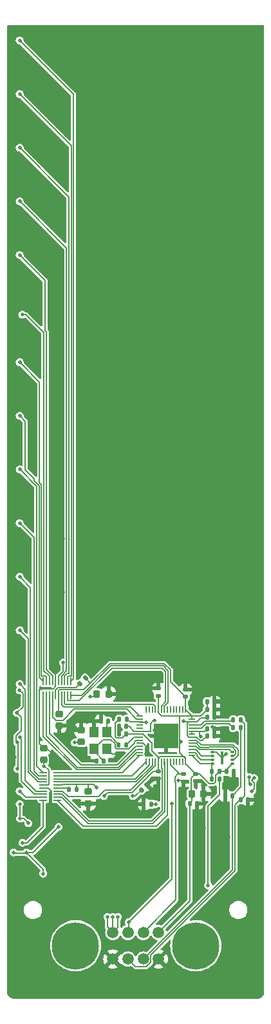
<source format=gbr>
G04 #@! TF.GenerationSoftware,KiCad,Pcbnew,7.0.7*
G04 #@! TF.CreationDate,2023-08-29T23:24:06-04:00*
G04 #@! TF.ProjectId,MicrocontrollerInputModule,4d696372-6f63-46f6-9e74-726f6c6c6572,V2*
G04 #@! TF.SameCoordinates,Original*
G04 #@! TF.FileFunction,Copper,L2,Bot*
G04 #@! TF.FilePolarity,Positive*
%FSLAX46Y46*%
G04 Gerber Fmt 4.6, Leading zero omitted, Abs format (unit mm)*
G04 Created by KiCad (PCBNEW 7.0.7) date 2023-08-29 23:24:06*
%MOMM*%
%LPD*%
G01*
G04 APERTURE LIST*
G04 Aperture macros list*
%AMRoundRect*
0 Rectangle with rounded corners*
0 $1 Rounding radius*
0 $2 $3 $4 $5 $6 $7 $8 $9 X,Y pos of 4 corners*
0 Add a 4 corners polygon primitive as box body*
4,1,4,$2,$3,$4,$5,$6,$7,$8,$9,$2,$3,0*
0 Add four circle primitives for the rounded corners*
1,1,$1+$1,$2,$3*
1,1,$1+$1,$4,$5*
1,1,$1+$1,$6,$7*
1,1,$1+$1,$8,$9*
0 Add four rect primitives between the rounded corners*
20,1,$1+$1,$2,$3,$4,$5,0*
20,1,$1+$1,$4,$5,$6,$7,0*
20,1,$1+$1,$6,$7,$8,$9,0*
20,1,$1+$1,$8,$9,$2,$3,0*%
G04 Aperture macros list end*
G04 #@! TA.AperFunction,TestPad*
%ADD10C,1.500000*%
G04 #@! TD*
G04 #@! TA.AperFunction,SMDPad,CuDef*
%ADD11RoundRect,0.140000X-0.140000X-0.170000X0.140000X-0.170000X0.140000X0.170000X-0.140000X0.170000X0*%
G04 #@! TD*
G04 #@! TA.AperFunction,SMDPad,CuDef*
%ADD12RoundRect,0.225000X-0.250000X0.225000X-0.250000X-0.225000X0.250000X-0.225000X0.250000X0.225000X0*%
G04 #@! TD*
G04 #@! TA.AperFunction,ComponentPad*
%ADD13C,6.200000*%
G04 #@! TD*
G04 #@! TA.AperFunction,SMDPad,CuDef*
%ADD14RoundRect,0.050000X0.050000X-0.387500X0.050000X0.387500X-0.050000X0.387500X-0.050000X-0.387500X0*%
G04 #@! TD*
G04 #@! TA.AperFunction,SMDPad,CuDef*
%ADD15RoundRect,0.050000X0.387500X-0.050000X0.387500X0.050000X-0.387500X0.050000X-0.387500X-0.050000X0*%
G04 #@! TD*
G04 #@! TA.AperFunction,SMDPad,CuDef*
%ADD16R,3.200000X3.200000*%
G04 #@! TD*
G04 #@! TA.AperFunction,SMDPad,CuDef*
%ADD17RoundRect,0.135000X0.135000X0.185000X-0.135000X0.185000X-0.135000X-0.185000X0.135000X-0.185000X0*%
G04 #@! TD*
G04 #@! TA.AperFunction,SMDPad,CuDef*
%ADD18RoundRect,0.147500X0.172500X-0.147500X0.172500X0.147500X-0.172500X0.147500X-0.172500X-0.147500X0*%
G04 #@! TD*
G04 #@! TA.AperFunction,SMDPad,CuDef*
%ADD19RoundRect,0.225000X-0.225000X-0.250000X0.225000X-0.250000X0.225000X0.250000X-0.225000X0.250000X0*%
G04 #@! TD*
G04 #@! TA.AperFunction,SMDPad,CuDef*
%ADD20RoundRect,0.225000X0.250000X-0.225000X0.250000X0.225000X-0.250000X0.225000X-0.250000X-0.225000X0*%
G04 #@! TD*
G04 #@! TA.AperFunction,SMDPad,CuDef*
%ADD21RoundRect,0.147500X0.147500X0.172500X-0.147500X0.172500X-0.147500X-0.172500X0.147500X-0.172500X0*%
G04 #@! TD*
G04 #@! TA.AperFunction,SMDPad,CuDef*
%ADD22RoundRect,0.075000X-0.187500X-0.075000X0.187500X-0.075000X0.187500X0.075000X-0.187500X0.075000X0*%
G04 #@! TD*
G04 #@! TA.AperFunction,SMDPad,CuDef*
%ADD23R,0.300000X1.700000*%
G04 #@! TD*
G04 #@! TA.AperFunction,SMDPad,CuDef*
%ADD24RoundRect,0.135000X-0.135000X-0.185000X0.135000X-0.185000X0.135000X0.185000X-0.135000X0.185000X0*%
G04 #@! TD*
G04 #@! TA.AperFunction,SMDPad,CuDef*
%ADD25RoundRect,0.140000X0.170000X-0.140000X0.170000X0.140000X-0.170000X0.140000X-0.170000X-0.140000X0*%
G04 #@! TD*
G04 #@! TA.AperFunction,SMDPad,CuDef*
%ADD26R,1.200000X1.400000*%
G04 #@! TD*
G04 #@! TA.AperFunction,SMDPad,CuDef*
%ADD27R,1.000000X0.200000*%
G04 #@! TD*
G04 #@! TA.AperFunction,SMDPad,CuDef*
%ADD28RoundRect,0.135000X0.035355X-0.226274X0.226274X-0.035355X-0.035355X0.226274X-0.226274X0.035355X0*%
G04 #@! TD*
G04 #@! TA.AperFunction,SMDPad,CuDef*
%ADD29RoundRect,0.140000X-0.170000X0.140000X-0.170000X-0.140000X0.170000X-0.140000X0.170000X0.140000X0*%
G04 #@! TD*
G04 #@! TA.AperFunction,SMDPad,CuDef*
%ADD30RoundRect,0.225000X0.225000X0.250000X-0.225000X0.250000X-0.225000X-0.250000X0.225000X-0.250000X0*%
G04 #@! TD*
G04 #@! TA.AperFunction,SMDPad,CuDef*
%ADD31RoundRect,0.147500X-0.017678X0.226274X-0.226274X0.017678X0.017678X-0.226274X0.226274X-0.017678X0*%
G04 #@! TD*
G04 #@! TA.AperFunction,SMDPad,CuDef*
%ADD32RoundRect,0.140000X0.140000X0.170000X-0.140000X0.170000X-0.140000X-0.170000X0.140000X-0.170000X0*%
G04 #@! TD*
G04 #@! TA.AperFunction,SMDPad,CuDef*
%ADD33RoundRect,0.147500X-0.147500X-0.172500X0.147500X-0.172500X0.147500X0.172500X-0.147500X0.172500X0*%
G04 #@! TD*
G04 #@! TA.AperFunction,SMDPad,CuDef*
%ADD34R,0.200000X1.000000*%
G04 #@! TD*
G04 #@! TA.AperFunction,ViaPad*
%ADD35C,0.508000*%
G04 #@! TD*
G04 #@! TA.AperFunction,Conductor*
%ADD36C,0.152400*%
G04 #@! TD*
G04 APERTURE END LIST*
D10*
X63915000Y-175750000D03*
X63915000Y-172250000D03*
X65915000Y-175750000D03*
X65915000Y-172250000D03*
X67915000Y-175750000D03*
X67915000Y-172250000D03*
X69915000Y-175750000D03*
X69915000Y-172250000D03*
D11*
X76300000Y-146415000D03*
X77260000Y-146415000D03*
X76315000Y-142934000D03*
X77275000Y-142934000D03*
D12*
X60680000Y-153740000D03*
X60680000Y-155290000D03*
D13*
X59010000Y-174000000D03*
D14*
X73500000Y-149837500D03*
X73100000Y-149837500D03*
X72700000Y-149837500D03*
X72300000Y-149837500D03*
X71900000Y-149837500D03*
X71500000Y-149837500D03*
X71100000Y-149837500D03*
X70700000Y-149837500D03*
X70300000Y-149837500D03*
X69900000Y-149837500D03*
X69500000Y-149837500D03*
X69100000Y-149837500D03*
X68700000Y-149837500D03*
X68300000Y-149837500D03*
D15*
X67462500Y-149000000D03*
X67462500Y-148600000D03*
X67462500Y-148200000D03*
X67462500Y-147800000D03*
X67462500Y-147400000D03*
X67462500Y-147000000D03*
X67462500Y-146600000D03*
X67462500Y-146200000D03*
X67462500Y-145800000D03*
X67462500Y-145400000D03*
X67462500Y-145000000D03*
X67462500Y-144600000D03*
X67462500Y-144200000D03*
X67462500Y-143800000D03*
D14*
X68300000Y-142962500D03*
X68700000Y-142962500D03*
X69100000Y-142962500D03*
X69500000Y-142962500D03*
X69900000Y-142962500D03*
X70300000Y-142962500D03*
X70700000Y-142962500D03*
X71100000Y-142962500D03*
X71500000Y-142962500D03*
X71900000Y-142962500D03*
X72300000Y-142962500D03*
X72700000Y-142962500D03*
X73100000Y-142962500D03*
X73500000Y-142962500D03*
D15*
X74337500Y-143800000D03*
X74337500Y-144200000D03*
X74337500Y-144600000D03*
X74337500Y-145000000D03*
X74337500Y-145400000D03*
X74337500Y-145800000D03*
X74337500Y-146200000D03*
X74337500Y-146600000D03*
X74337500Y-147000000D03*
X74337500Y-147400000D03*
X74337500Y-147800000D03*
X74337500Y-148200000D03*
X74337500Y-148600000D03*
X74337500Y-149000000D03*
D16*
X70900000Y-146400000D03*
D17*
X69000000Y-155400000D03*
X67980000Y-155400000D03*
D18*
X73210000Y-152410000D03*
X73210000Y-151440000D03*
D17*
X77920000Y-152116000D03*
X76900000Y-152116000D03*
D19*
X74316000Y-154020000D03*
X75866000Y-154020000D03*
D20*
X54820000Y-149590000D03*
X54820000Y-148040000D03*
D11*
X76300000Y-145490000D03*
X77260000Y-145490000D03*
X61784000Y-149702000D03*
X62744000Y-149702000D03*
D21*
X75000000Y-155300000D03*
X74030000Y-155300000D03*
D22*
X77025000Y-150071000D03*
X77025000Y-149571000D03*
X77025000Y-149071000D03*
X77025000Y-148571000D03*
X79600000Y-148571000D03*
X79600000Y-149071000D03*
X79600000Y-149571000D03*
X79600000Y-150071000D03*
D23*
X78312500Y-149321000D03*
D12*
X56860000Y-143530000D03*
X56860000Y-145080000D03*
D17*
X77920000Y-151100000D03*
X76900000Y-151100000D03*
D24*
X58100000Y-153450000D03*
X59120000Y-153450000D03*
D11*
X76315000Y-143950000D03*
X77275000Y-143950000D03*
D25*
X73500000Y-141300000D03*
X73500000Y-140340000D03*
D26*
X63114000Y-145935000D03*
X63114000Y-148135000D03*
X61414000Y-148135000D03*
X61414000Y-145935000D03*
D27*
X56575000Y-151275000D03*
X56575000Y-151675000D03*
X56575000Y-152075000D03*
X56575000Y-152475000D03*
X56575000Y-152875000D03*
X56575000Y-153275000D03*
X56575000Y-153675000D03*
X56575000Y-154075000D03*
X56575000Y-154475000D03*
X56575000Y-154875000D03*
X54775000Y-154875000D03*
X54775000Y-154475000D03*
X54775000Y-154075000D03*
X54775000Y-153675000D03*
X54775000Y-153275000D03*
X54775000Y-152875000D03*
X54775000Y-152475000D03*
X54775000Y-152075000D03*
X54775000Y-151675000D03*
X54775000Y-151275000D03*
D28*
X59580000Y-139560000D03*
X60301248Y-138838752D03*
D17*
X80775000Y-145316000D03*
X79755000Y-145316000D03*
D12*
X59777000Y-145650000D03*
X59777000Y-147200000D03*
D11*
X62340000Y-144450000D03*
X63300000Y-144450000D03*
D29*
X74800000Y-151400000D03*
X74800000Y-152360000D03*
D11*
X78835000Y-151100000D03*
X79795000Y-151100000D03*
D13*
X74820000Y-174000000D03*
D25*
X69884000Y-141165000D03*
X69884000Y-140205000D03*
D17*
X80775000Y-144300000D03*
X79755000Y-144300000D03*
D29*
X69884000Y-151050000D03*
X69884000Y-152010000D03*
D21*
X81700000Y-154800000D03*
X80730000Y-154800000D03*
D30*
X63350000Y-140890000D03*
X61800000Y-140890000D03*
D11*
X76315000Y-141918000D03*
X77275000Y-141918000D03*
D31*
X68380000Y-152830000D03*
X67694106Y-153515894D03*
D32*
X65660000Y-145200000D03*
X64700000Y-145200000D03*
D33*
X78670000Y-154274000D03*
X79640000Y-154274000D03*
D34*
X58375000Y-141075000D03*
X57975000Y-141075000D03*
X57575000Y-141075000D03*
X57175000Y-141075000D03*
X56775000Y-141075000D03*
X56375000Y-141075000D03*
X55975000Y-141075000D03*
X55575000Y-141075000D03*
X55175000Y-141075000D03*
X54775000Y-141075000D03*
X54775000Y-139275000D03*
X55175000Y-139275000D03*
X55575000Y-139275000D03*
X55975000Y-139275000D03*
X56375000Y-139275000D03*
X56775000Y-139275000D03*
X57175000Y-139275000D03*
X57575000Y-139275000D03*
X57975000Y-139275000D03*
X58375000Y-139275000D03*
D24*
X64690000Y-147610000D03*
X65710000Y-147610000D03*
D32*
X65660000Y-146175000D03*
X64700000Y-146175000D03*
D24*
X64730000Y-144200000D03*
X65750000Y-144200000D03*
D35*
X56770000Y-158380000D03*
X54770000Y-164520000D03*
X72760000Y-155780000D03*
X78900000Y-155820000D03*
X75690000Y-162890000D03*
X72870000Y-162900000D03*
X56290000Y-85250000D03*
X56310000Y-92300000D03*
X56302505Y-99367745D03*
X56302505Y-106413745D03*
X56310000Y-113450000D03*
X57350000Y-120550000D03*
X57330000Y-127580000D03*
X56330000Y-134570000D03*
X65680000Y-138590000D03*
X68410000Y-141690000D03*
X60900000Y-141230000D03*
X55900000Y-148740000D03*
X66552394Y-154343402D03*
X51650000Y-140450000D03*
X51300000Y-143400000D03*
X51386100Y-147299747D03*
X51386100Y-150750000D03*
X69550000Y-155400000D03*
X71700000Y-155300000D03*
X76450000Y-166050000D03*
X55442750Y-155857250D03*
X58950000Y-145300000D03*
X68331492Y-144632199D03*
X62750000Y-154343402D03*
X61786353Y-153213647D03*
X80000000Y-99976000D03*
X69150000Y-152300000D03*
X79100000Y-159700000D03*
X79000000Y-162900000D03*
X65900000Y-117691000D03*
X51600000Y-141200000D03*
X80000000Y-85884000D03*
X65025000Y-145625000D03*
X51700000Y-110545000D03*
X51700000Y-121114000D03*
X65900000Y-128260000D03*
X65700000Y-54100000D03*
X80000000Y-117591000D03*
X80000000Y-89407000D03*
X65700000Y-159800000D03*
X51700000Y-107022000D03*
X80584850Y-158803056D03*
X75900000Y-158500000D03*
X77300000Y-158500000D03*
X51700000Y-128160000D03*
X80000000Y-71792000D03*
X65900000Y-114168000D03*
X65900000Y-64846000D03*
X51700000Y-159800000D03*
X65900000Y-57800000D03*
X65900000Y-85984000D03*
X69400000Y-145700000D03*
X78800000Y-148800000D03*
X80000000Y-57700000D03*
X80000000Y-61223000D03*
X65900000Y-121214000D03*
X78700000Y-158500000D03*
X80000000Y-96453000D03*
X65900000Y-135306000D03*
X80000000Y-114068000D03*
X80000000Y-64746000D03*
X78600000Y-141700000D03*
X80000000Y-135206000D03*
X77000000Y-145275500D03*
X68300000Y-148785900D03*
X51700000Y-64746000D03*
X65900000Y-124737000D03*
X80000000Y-103499000D03*
X51700000Y-71792000D03*
X51700000Y-89407000D03*
X65900000Y-78938000D03*
X65940000Y-156500000D03*
X80000000Y-107022000D03*
X51700000Y-152900000D03*
X51700000Y-82361000D03*
X65900000Y-131783000D03*
X51700000Y-131683000D03*
X80000000Y-128160000D03*
X51700000Y-85884000D03*
X65900000Y-82461000D03*
X56550000Y-137900000D03*
X65900000Y-75415000D03*
X80000000Y-121114000D03*
X61300000Y-167900000D03*
X51700000Y-99976000D03*
X79800000Y-54100000D03*
X65900000Y-110645000D03*
X80000000Y-78838000D03*
X51700000Y-124637000D03*
X65900000Y-93030000D03*
X51700000Y-117591000D03*
X80000000Y-68269000D03*
X59400000Y-137900000D03*
X65900000Y-96553000D03*
X50986900Y-149200000D03*
X80000000Y-124637000D03*
X51700000Y-162700000D03*
X65900000Y-68369000D03*
X80000000Y-131683000D03*
X51700000Y-75315000D03*
X65900000Y-100076000D03*
X65900000Y-103599000D03*
X51700000Y-103499000D03*
X51700000Y-54100000D03*
X80000000Y-82361000D03*
X65900000Y-89507000D03*
X65900000Y-71892000D03*
X65900000Y-107122000D03*
X80000000Y-110545000D03*
X64500000Y-148800000D03*
X51700000Y-57700000D03*
X51700000Y-78838000D03*
X51700000Y-61223000D03*
X51700000Y-96453000D03*
X72300000Y-168700000D03*
X51700000Y-68269000D03*
X80000000Y-92930000D03*
X64600000Y-162900000D03*
X80000000Y-75315000D03*
X51700000Y-114068000D03*
X51700000Y-135206000D03*
X51700000Y-92930000D03*
X65900000Y-61323000D03*
X72550000Y-152300000D03*
X75519630Y-146513576D03*
X72905902Y-147200000D03*
X69400000Y-144394098D03*
X73227994Y-144481012D03*
X63900000Y-170200000D03*
X51717098Y-157284647D03*
X51659500Y-155400000D03*
X63200000Y-170200000D03*
X52550000Y-161750000D03*
X64600000Y-170200000D03*
X57350000Y-136800000D03*
X58900000Y-147300000D03*
X82541154Y-151959438D03*
X82200000Y-153700000D03*
X50860904Y-161726250D03*
X54800000Y-150400000D03*
X52800000Y-157900000D03*
X66000000Y-170900000D03*
X51660000Y-55055000D03*
X81881705Y-151823300D03*
X82000000Y-152787500D03*
X51660000Y-76190000D03*
X51660000Y-83235000D03*
X52000000Y-91100000D03*
X51660000Y-97325000D03*
X51660000Y-104370000D03*
X51660000Y-111415000D03*
X51660000Y-118460000D03*
X51660000Y-125505000D03*
X51660000Y-132550000D03*
X51660000Y-139595000D03*
X51660000Y-146640000D03*
X51660000Y-153685000D03*
X52031775Y-160479017D03*
X51660000Y-62100000D03*
X51660000Y-69145000D03*
D36*
X54837400Y-93457400D02*
X54837400Y-137849148D01*
X52480000Y-91100000D02*
X54837400Y-93457400D01*
X52000000Y-91100000D02*
X52480000Y-91100000D01*
X54837400Y-137849148D02*
X55575000Y-138586748D01*
X55575000Y-138586748D02*
X55575000Y-139275000D01*
X52580000Y-161780000D02*
X53370000Y-161780000D01*
X53370000Y-161780000D02*
X56770000Y-158380000D01*
X52550000Y-161750000D02*
X52580000Y-161780000D01*
X54770000Y-163970000D02*
X52550000Y-161750000D01*
X54770000Y-164520000D02*
X54770000Y-163970000D01*
X60301248Y-138841248D02*
X60957198Y-139497198D01*
X60301248Y-138838752D02*
X60301248Y-138841248D01*
X60107996Y-140346400D02*
X60957198Y-139497198D01*
X60957198Y-139497198D02*
X63520496Y-136933900D01*
X56375000Y-140386748D02*
X56375000Y-141075000D01*
X59098400Y-140041600D02*
X56720148Y-140041600D01*
X56720148Y-140041600D02*
X56375000Y-140386748D01*
X59580000Y-139560000D02*
X59098400Y-140041600D01*
X71484800Y-139284800D02*
X73500000Y-141300000D01*
X70675504Y-136933900D02*
X71484800Y-137743196D01*
X56846400Y-140346400D02*
X60107996Y-140346400D01*
X56775000Y-140417800D02*
X56846400Y-140346400D01*
X71484800Y-137743196D02*
X71484800Y-139284800D01*
X56775000Y-141075000D02*
X56775000Y-140417800D01*
X63520496Y-136933900D02*
X70675504Y-136933900D01*
X71180000Y-137869448D02*
X71180000Y-142051000D01*
X63646748Y-137238700D02*
X70549252Y-137238700D01*
X70549252Y-137238700D02*
X71180000Y-137869448D01*
X70700000Y-142531000D02*
X70700000Y-142962500D01*
X59810448Y-141075000D02*
X63646748Y-137238700D01*
X71180000Y-142051000D02*
X70700000Y-142531000D01*
X58375000Y-141075000D02*
X59810448Y-141075000D01*
X61460000Y-141230000D02*
X61800000Y-140890000D01*
X60900000Y-141230000D02*
X61460000Y-141230000D01*
X65737000Y-142906000D02*
X67031000Y-144200000D01*
X58844000Y-142906000D02*
X65737000Y-142906000D01*
X56422113Y-144401400D02*
X57348600Y-144401400D01*
X67031000Y-144200000D02*
X67462500Y-144200000D01*
X55975000Y-143954287D02*
X56422113Y-144401400D01*
X57348600Y-144401400D02*
X58844000Y-142906000D01*
X55975000Y-141075000D02*
X55975000Y-143954287D01*
X56775000Y-143445000D02*
X56860000Y-143530000D01*
X56775000Y-141075000D02*
X56775000Y-143445000D01*
X57675900Y-142296400D02*
X69265400Y-142296400D01*
X57575000Y-141075000D02*
X57575000Y-142195500D01*
X57575000Y-142195500D02*
X57675900Y-142296400D01*
X69265400Y-142296400D02*
X69500000Y-142531000D01*
X69500000Y-142531000D02*
X69500000Y-142962500D01*
X57175000Y-142345500D02*
X57175000Y-141075000D01*
X66263700Y-142601200D02*
X57430700Y-142601200D01*
X67462500Y-143800000D02*
X66263700Y-142601200D01*
X57430700Y-142601200D02*
X57175000Y-142345500D01*
X55142200Y-137722896D02*
X55975000Y-138555696D01*
X55142200Y-93331148D02*
X55142200Y-137722896D01*
X54970000Y-93158948D02*
X55142200Y-93331148D01*
X51660000Y-83235000D02*
X54970000Y-86545000D01*
X54970000Y-86545000D02*
X54970000Y-93158948D01*
X55975000Y-138555696D02*
X55975000Y-139275000D01*
X55175000Y-138617800D02*
X55175000Y-139275000D01*
X55103600Y-138546400D02*
X55175000Y-138617800D01*
X54532600Y-138546400D02*
X55103600Y-138546400D01*
X54532600Y-113425496D02*
X54532600Y-138546400D01*
X54280000Y-113172896D02*
X54532600Y-113425496D01*
X54280000Y-99945000D02*
X54280000Y-113172896D01*
X51660000Y-97325000D02*
X54280000Y-99945000D01*
X53560000Y-112883948D02*
X53560000Y-112632500D01*
X54227800Y-113551748D02*
X53560000Y-112883948D01*
X52400000Y-111472500D02*
X52400000Y-105110000D01*
X52400000Y-105110000D02*
X51660000Y-104370000D01*
X54775000Y-139275000D02*
X54227800Y-138727800D01*
X54227800Y-138727800D02*
X54227800Y-113551748D01*
X53560000Y-112632500D02*
X52400000Y-111472500D01*
X58006852Y-154418600D02*
X61992302Y-154418600D01*
X61992302Y-154418600D02*
X62845350Y-153565552D01*
X57263252Y-153675000D02*
X58006852Y-154418600D01*
X69500000Y-150331104D02*
X69500000Y-149837500D01*
X66265552Y-153565552D02*
X69500000Y-150331104D01*
X62845350Y-153565552D02*
X66265552Y-153565552D01*
X56575000Y-153675000D02*
X57263252Y-153675000D01*
X60680000Y-153740000D02*
X60680000Y-152800000D01*
X60680000Y-152800000D02*
X61372706Y-152800000D01*
X59100000Y-152800000D02*
X60680000Y-152800000D01*
X66552394Y-154343402D02*
X66866598Y-154343402D01*
X66866598Y-154343402D02*
X67694106Y-153515894D01*
X68620000Y-152830000D02*
X69150000Y-152300000D01*
X68380000Y-152830000D02*
X68620000Y-152830000D01*
X55900000Y-148740000D02*
X55200000Y-148040000D01*
X55200000Y-148040000D02*
X54820000Y-148040000D01*
X54227800Y-147447800D02*
X54820000Y-148040000D01*
X54230000Y-140220000D02*
X54227800Y-140222200D01*
X54227800Y-140222200D02*
X54227800Y-147447800D01*
X56082400Y-140220000D02*
X54230000Y-140220000D01*
X56375000Y-139275000D02*
X56375000Y-139927400D01*
X56375000Y-139927400D02*
X56082400Y-140220000D01*
X54820000Y-150380000D02*
X54800000Y-150400000D01*
X54820000Y-149590000D02*
X54820000Y-150380000D01*
X54775000Y-146506052D02*
X54775000Y-141075000D01*
X59122048Y-150853100D02*
X54775000Y-146506052D01*
X67031000Y-148600000D02*
X64777900Y-150853100D01*
X67462500Y-148600000D02*
X67031000Y-148600000D01*
X64777900Y-150853100D02*
X59122048Y-150853100D01*
X66391804Y-153870352D02*
X69212156Y-151050000D01*
X63223050Y-153870352D02*
X66391804Y-153870352D01*
X69212156Y-151050000D02*
X69884000Y-151050000D01*
X62750000Y-154343402D02*
X63223050Y-153870352D01*
X59120000Y-153450000D02*
X59120000Y-152820000D01*
X59120000Y-152820000D02*
X59100000Y-152800000D01*
X57302400Y-152800000D02*
X59100000Y-152800000D01*
X57925000Y-153275000D02*
X56575000Y-153275000D01*
X58100000Y-153450000D02*
X57925000Y-153275000D01*
X51469500Y-150666600D02*
X51469500Y-147383147D01*
X51386100Y-150750000D02*
X51469500Y-150666600D01*
X51469500Y-147383147D02*
X51386100Y-147299747D01*
X51900000Y-144000000D02*
X51300000Y-143400000D01*
X51900000Y-145717500D02*
X51900000Y-144000000D01*
X51386100Y-147299747D02*
X51177400Y-147091047D01*
X51177400Y-147091047D02*
X51177400Y-146440100D01*
X51177400Y-146440100D02*
X51900000Y-145717500D01*
X52082600Y-142617400D02*
X51300000Y-143400000D01*
X52082600Y-140882600D02*
X52082600Y-142617400D01*
X51650000Y-140450000D02*
X52082600Y-140882600D01*
X52400000Y-152300000D02*
X52400000Y-140335000D01*
X53775000Y-153675000D02*
X52400000Y-152300000D01*
X54775000Y-153675000D02*
X53775000Y-153675000D01*
X52400000Y-140335000D02*
X51660000Y-139595000D01*
X51868200Y-146848200D02*
X51868200Y-152368200D01*
X53575000Y-154075000D02*
X54775000Y-154075000D01*
X51660000Y-146640000D02*
X51868200Y-146848200D01*
X51868200Y-152368200D02*
X53575000Y-154075000D01*
X51717098Y-155457598D02*
X51717098Y-157284647D01*
X51659500Y-155400000D02*
X51717098Y-155457598D01*
X51717098Y-157284647D02*
X52184647Y-157284647D01*
X52184647Y-157284647D02*
X52800000Y-157900000D01*
X52627483Y-160479017D02*
X54775000Y-158331500D01*
X52031775Y-160479017D02*
X52627483Y-160479017D01*
X54775000Y-158331500D02*
X54775000Y-154875000D01*
X50984654Y-161850000D02*
X50860904Y-161726250D01*
X52550000Y-161750000D02*
X52450000Y-161850000D01*
X52450000Y-161850000D02*
X50984654Y-161850000D01*
X72728600Y-143821400D02*
X72728600Y-147200000D01*
X72750000Y-143800000D02*
X72728600Y-143821400D01*
X73000000Y-143800000D02*
X72750000Y-143800000D01*
X69900000Y-143394000D02*
X70306000Y-143800000D01*
X70306000Y-143800000D02*
X73000000Y-143800000D01*
X69900000Y-142962500D02*
X69900000Y-143394000D01*
X73937500Y-143800000D02*
X73000000Y-143800000D01*
X69550000Y-155400000D02*
X69000000Y-155400000D01*
X71700000Y-165200000D02*
X71700000Y-155300000D01*
X66000000Y-170900000D02*
X71700000Y-165200000D01*
X72067400Y-151832600D02*
X72460000Y-151440000D01*
X72067400Y-152499900D02*
X72067400Y-151832600D01*
X72460000Y-151440000D02*
X73210000Y-151440000D01*
X72200000Y-152632500D02*
X72067400Y-152499900D01*
X67915000Y-172250000D02*
X72200000Y-167965000D01*
X72200000Y-167965000D02*
X72200000Y-152632500D01*
X76450000Y-166050000D02*
X76450000Y-155642114D01*
X76450000Y-155642114D02*
X77920000Y-154172114D01*
X77920000Y-154172114D02*
X77920000Y-152116000D01*
X55846400Y-155453600D02*
X55442750Y-155857250D01*
X55432200Y-153275000D02*
X55846400Y-153689200D01*
X55846400Y-153689200D02*
X55846400Y-155453600D01*
X54775000Y-153275000D02*
X55432200Y-153275000D01*
X65121400Y-146713600D02*
X65660000Y-146175000D01*
X64191400Y-146497679D02*
X64407321Y-146713600D01*
X64191400Y-144738600D02*
X64191400Y-146497679D01*
X64730000Y-144200000D02*
X64191400Y-144738600D01*
X64407321Y-146713600D02*
X65121400Y-146713600D01*
X66150000Y-144600000D02*
X67462500Y-144600000D01*
X65750000Y-144200000D02*
X66150000Y-144600000D01*
X68850000Y-145800000D02*
X67462500Y-145800000D01*
X69248702Y-144394098D02*
X68850000Y-144792800D01*
X68850000Y-144792800D02*
X68850000Y-145800000D01*
X69400000Y-144394098D02*
X69248702Y-144394098D01*
X73346982Y-144600000D02*
X73906000Y-144600000D01*
X73227994Y-144481012D02*
X73346982Y-144600000D01*
X68331492Y-144632199D02*
X67494699Y-144632199D01*
X67494699Y-144632199D02*
X67462500Y-144600000D01*
X64700000Y-145300000D02*
X64700000Y-145200000D01*
X65025000Y-145625000D02*
X64700000Y-145300000D01*
X66675000Y-145800000D02*
X67462500Y-145800000D01*
X66075000Y-145200000D02*
X66675000Y-145800000D01*
X65660000Y-145200000D02*
X66075000Y-145200000D01*
X64690000Y-147511000D02*
X64690000Y-147610000D01*
X63114000Y-145935000D02*
X64690000Y-147511000D01*
X67031000Y-147000000D02*
X67462500Y-147000000D01*
X66796400Y-147234600D02*
X67031000Y-147000000D01*
X66796400Y-147400000D02*
X66796400Y-147234600D01*
X66037800Y-148158600D02*
X66796400Y-147400000D01*
X64404392Y-148158600D02*
X66037800Y-148158600D01*
X64191400Y-147945608D02*
X64404392Y-148158600D01*
X64191400Y-147443452D02*
X64191400Y-147945608D01*
X63647948Y-146900000D02*
X64191400Y-147443452D01*
X62649000Y-146900000D02*
X63647948Y-146900000D01*
X61414000Y-148135000D02*
X62649000Y-146900000D01*
X69594000Y-152300000D02*
X69884000Y-152010000D01*
X56375000Y-139275000D02*
X56375000Y-138075000D01*
X77493000Y-141700000D02*
X77275000Y-141918000D01*
X67894000Y-147400000D02*
X68300000Y-147806000D01*
X77000000Y-145275500D02*
X77045500Y-145275500D01*
X77045500Y-145275500D02*
X77260000Y-145490000D01*
X77562500Y-148571000D02*
X77025000Y-148571000D01*
X68300000Y-147806000D02*
X68300000Y-148785900D01*
X64500000Y-148800000D02*
X63779000Y-148800000D01*
X56375000Y-138075000D02*
X56550000Y-137900000D01*
X72550000Y-152300000D02*
X73100000Y-152300000D01*
X67462500Y-147400000D02*
X67894000Y-147400000D01*
X69900000Y-147400000D02*
X70900000Y-146400000D01*
X63779000Y-148800000D02*
X63114000Y-148135000D01*
X78600000Y-141700000D02*
X77493000Y-141700000D01*
X69150000Y-152300000D02*
X69594000Y-152300000D01*
X78312500Y-149321000D02*
X77562500Y-148571000D01*
X73100000Y-152300000D02*
X73210000Y-152410000D01*
X78800000Y-148800000D02*
X78800000Y-148833500D01*
X78800000Y-148833500D02*
X78312500Y-149321000D01*
X61414000Y-148372000D02*
X62744000Y-149702000D01*
X61414000Y-148135000D02*
X61414000Y-148372000D01*
X63300000Y-144450000D02*
X63114000Y-144636000D01*
X63114000Y-144636000D02*
X63114000Y-145935000D01*
X72728600Y-147200000D02*
X72728600Y-148628600D01*
X69900000Y-141181000D02*
X69884000Y-141165000D01*
X56575000Y-152875000D02*
X57227400Y-152875000D01*
X75350000Y-146343946D02*
X75350000Y-145800000D01*
X72728600Y-148628600D02*
X73500000Y-149400000D01*
X67462500Y-146200000D02*
X67894000Y-146200000D01*
X65810000Y-146200000D02*
X67462500Y-146200000D01*
X72905902Y-147200000D02*
X72728600Y-147200000D01*
X73500000Y-149400000D02*
X73500000Y-149837500D01*
X74261400Y-153965400D02*
X74261400Y-151938600D01*
X75349792Y-151400000D02*
X76614392Y-152664600D01*
X75519630Y-146513576D02*
X75350000Y-146343946D01*
X77920000Y-151100000D02*
X78835000Y-151100000D01*
X74030000Y-168135000D02*
X69915000Y-172250000D01*
X69884000Y-149853500D02*
X69900000Y-149837500D01*
X74337500Y-144200000D02*
X74337500Y-143800000D01*
X76315000Y-142934000D02*
X75449000Y-143800000D01*
X65660000Y-146350000D02*
X65810000Y-146200000D01*
X70134600Y-149171400D02*
X73371400Y-149171400D01*
X73500000Y-142962500D02*
X74337500Y-143800000D01*
X61372706Y-152800000D02*
X61786353Y-153213647D01*
X77421400Y-152451608D02*
X77421400Y-151598600D01*
X73500000Y-149300000D02*
X73500000Y-149400000D01*
X74337500Y-146200000D02*
X74337500Y-145800000D01*
X75449000Y-143800000D02*
X74337500Y-143800000D01*
X74316000Y-154020000D02*
X74261400Y-153965400D01*
X74337500Y-145800000D02*
X75350000Y-145800000D01*
X69900000Y-149200000D02*
X69900000Y-149837500D01*
X78835000Y-151100000D02*
X78835000Y-150836000D01*
X74316000Y-155014000D02*
X74030000Y-155300000D01*
X69900000Y-149837500D02*
X69900000Y-149406000D01*
X74800000Y-151400000D02*
X75349792Y-151400000D01*
X73500000Y-150100000D02*
X74800000Y-151400000D01*
X78835000Y-150836000D02*
X79600000Y-150071000D01*
X74030000Y-155300000D02*
X74030000Y-168135000D01*
X67894000Y-146200000D02*
X69071400Y-147377400D01*
X74316000Y-154020000D02*
X74316000Y-155014000D01*
X76315000Y-142934000D02*
X76315000Y-141918000D01*
X57227400Y-152875000D02*
X57302400Y-152800000D01*
X69071400Y-148371400D02*
X69900000Y-149200000D01*
X69071400Y-147377400D02*
X69071400Y-148371400D01*
X76614392Y-152664600D02*
X77208408Y-152664600D01*
X73500000Y-141300000D02*
X73500000Y-142962500D01*
X74261400Y-151938600D02*
X74800000Y-151400000D01*
X69900000Y-142962500D02*
X69900000Y-141181000D01*
X77208408Y-152664600D02*
X77421400Y-152451608D01*
X73500000Y-149837500D02*
X73500000Y-150100000D01*
X77421400Y-151598600D02*
X77920000Y-151100000D01*
X73371400Y-149171400D02*
X73500000Y-149300000D01*
X69884000Y-151050000D02*
X69884000Y-149853500D01*
X69900000Y-149406000D02*
X70134600Y-149171400D01*
X75350000Y-145800000D02*
X75990000Y-145800000D01*
X75990000Y-145800000D02*
X76300000Y-145490000D01*
X76300000Y-146415000D02*
X75665000Y-147050000D01*
X73906000Y-144600000D02*
X74337500Y-144600000D01*
X75665000Y-147050000D02*
X75374260Y-147050000D01*
X73671400Y-146365400D02*
X73671400Y-144834600D01*
X76160200Y-144104800D02*
X75495200Y-144104800D01*
X75495200Y-144104800D02*
X75000000Y-144600000D01*
X74924260Y-146600000D02*
X74337500Y-146600000D01*
X76315000Y-143950000D02*
X76160200Y-144104800D01*
X73671400Y-144834600D02*
X73906000Y-144600000D01*
X75374260Y-147050000D02*
X74924260Y-146600000D01*
X74337500Y-146600000D02*
X73906000Y-146600000D01*
X73906000Y-146600000D02*
X73671400Y-146365400D01*
X75000000Y-144600000D02*
X74337500Y-144600000D01*
X57350000Y-136800000D02*
X57350000Y-137949644D01*
X57350000Y-137949644D02*
X56775000Y-138524644D01*
X55503600Y-150946400D02*
X54957200Y-150400000D01*
X82200000Y-152300592D02*
X82541154Y-151959438D01*
X64600000Y-170200000D02*
X64600000Y-171565000D01*
X55503600Y-152803600D02*
X55503600Y-150946400D01*
X82200000Y-152305000D02*
X82200000Y-152300592D01*
X56775000Y-138524644D02*
X56775000Y-139275000D01*
X64600000Y-171565000D02*
X63915000Y-172250000D01*
X59677000Y-147300000D02*
X59777000Y-147200000D01*
X54775000Y-152875000D02*
X55432200Y-152875000D01*
X82482600Y-153417400D02*
X82482600Y-152587600D01*
X82482600Y-152587600D02*
X82200000Y-152305000D01*
X63915000Y-170215000D02*
X63915000Y-172250000D01*
X54957200Y-150400000D02*
X54800000Y-150400000D01*
X63200000Y-170200000D02*
X63200000Y-171535000D01*
X63900000Y-170200000D02*
X63915000Y-170215000D01*
X55432200Y-152875000D02*
X55503600Y-152803600D01*
X63200000Y-171535000D02*
X63915000Y-172250000D01*
X58900000Y-147300000D02*
X59677000Y-147300000D01*
X82200000Y-153700000D02*
X82482600Y-153417400D01*
X79640000Y-154274000D02*
X79640000Y-164025000D01*
X79640000Y-164025000D02*
X67915000Y-175750000D01*
X80775000Y-153139000D02*
X79640000Y-154274000D01*
X80775000Y-145316000D02*
X80775000Y-153139000D01*
X80000000Y-164096052D02*
X80000000Y-155484000D01*
X81273600Y-154210400D02*
X81273600Y-144798600D01*
X68893600Y-176155350D02*
X68893600Y-175202452D01*
X81210000Y-154274000D02*
X81273600Y-154210400D01*
X65915000Y-175750000D02*
X66893600Y-176728600D01*
X81273600Y-144798600D02*
X80775000Y-144300000D01*
X68320350Y-176728600D02*
X68893600Y-176155350D01*
X66893600Y-176728600D02*
X68320350Y-176728600D01*
X80000000Y-155484000D02*
X81210000Y-154274000D01*
X68893600Y-175202452D02*
X80000000Y-164096052D01*
X71500000Y-150269000D02*
X71500000Y-149837500D01*
X73210000Y-151440000D02*
X72671000Y-151440000D01*
X72671000Y-151440000D02*
X71500000Y-150269000D01*
X66000000Y-172165000D02*
X65915000Y-172250000D01*
X66000000Y-170900000D02*
X66000000Y-172165000D01*
X75408500Y-150071000D02*
X77025000Y-150071000D01*
X76900000Y-151100000D02*
X76900000Y-150196000D01*
X76900000Y-150196000D02*
X77025000Y-150071000D01*
X76900000Y-152116000D02*
X76900000Y-151100000D01*
X74337500Y-149000000D02*
X75408500Y-150071000D01*
X65710000Y-147610000D02*
X66720000Y-146600000D01*
X66720000Y-146600000D02*
X67462500Y-146600000D01*
X79232400Y-144793400D02*
X79755000Y-145316000D01*
X74337500Y-145400000D02*
X75558721Y-145400000D01*
X76165321Y-144793400D02*
X79232400Y-144793400D01*
X75558721Y-145400000D02*
X76165321Y-144793400D01*
X74337500Y-148600000D02*
X74769000Y-148600000D01*
X74769000Y-148600000D02*
X75003600Y-148834600D01*
X75003600Y-149053600D02*
X75521000Y-149571000D01*
X75003600Y-148834600D02*
X75003600Y-149053600D01*
X75521000Y-149571000D02*
X77025000Y-149571000D01*
X74337500Y-148200000D02*
X74800052Y-148200000D01*
X75308400Y-148768400D02*
X75611000Y-149071000D01*
X75308400Y-148708348D02*
X75308400Y-148768400D01*
X75611000Y-149071000D02*
X77025000Y-149071000D01*
X74800052Y-148200000D02*
X75308400Y-148708348D01*
X76711745Y-148192400D02*
X79221400Y-148192400D01*
X79221400Y-148192400D02*
X79600000Y-148571000D01*
X75281104Y-148250000D02*
X76654145Y-148250000D01*
X74337500Y-147800000D02*
X74831104Y-147800000D01*
X74831104Y-147800000D02*
X75281104Y-148250000D01*
X76654145Y-148250000D02*
X76711745Y-148192400D01*
X76585493Y-147887600D02*
X79608455Y-147887600D01*
X80091100Y-148771755D02*
X79791855Y-149071000D01*
X80091100Y-148370245D02*
X80091100Y-148771755D01*
X76527893Y-147945200D02*
X76585493Y-147887600D01*
X74862156Y-147400000D02*
X75407356Y-147945200D01*
X74337500Y-147400000D02*
X74862156Y-147400000D01*
X75407356Y-147945200D02*
X76527893Y-147945200D01*
X79608455Y-147887600D02*
X80091100Y-148370245D01*
X79791855Y-149071000D02*
X79600000Y-149071000D01*
X74337500Y-147000000D02*
X74893208Y-147000000D01*
X76459241Y-147582800D02*
X79734707Y-147582800D01*
X76401641Y-147640400D02*
X76459241Y-147582800D01*
X75533608Y-147640400D02*
X76401641Y-147640400D01*
X79791855Y-149571000D02*
X79600000Y-149571000D01*
X80395900Y-148966955D02*
X79791855Y-149571000D01*
X80395900Y-148243993D02*
X80395900Y-148966955D01*
X74893208Y-147000000D02*
X75533608Y-147640400D01*
X79734707Y-147582800D02*
X80395900Y-148243993D01*
X79566400Y-144488600D02*
X79755000Y-144300000D01*
X76039069Y-144488600D02*
X79566400Y-144488600D01*
X75527669Y-145000000D02*
X76039069Y-144488600D01*
X74337500Y-145000000D02*
X75527669Y-145000000D01*
X57201148Y-154475000D02*
X56575000Y-154475000D01*
X60686148Y-157960000D02*
X57201148Y-154475000D01*
X70700000Y-149837500D02*
X70754800Y-149892300D01*
X70754800Y-156346252D02*
X69141052Y-157960000D01*
X69141052Y-157960000D02*
X60686148Y-157960000D01*
X70754800Y-149892300D02*
X70754800Y-156346252D01*
X69100000Y-150300052D02*
X69100000Y-149837500D01*
X66925052Y-152475000D02*
X69100000Y-150300052D01*
X56575000Y-152475000D02*
X66925052Y-152475000D01*
X68700000Y-150269000D02*
X66894000Y-152075000D01*
X68700000Y-149837500D02*
X68700000Y-150269000D01*
X66894000Y-152075000D02*
X56575000Y-152075000D01*
X66462500Y-151675000D02*
X68300000Y-149837500D01*
X56575000Y-151675000D02*
X66462500Y-151675000D01*
X67462500Y-149000000D02*
X65187500Y-151275000D01*
X65187500Y-151275000D02*
X56575000Y-151275000D01*
X71100000Y-156820000D02*
X71100000Y-149837500D01*
X56575000Y-154875000D02*
X59964800Y-158264800D01*
X69655200Y-158264800D02*
X71100000Y-156820000D01*
X59964800Y-158264800D02*
X69655200Y-158264800D01*
X51660000Y-55055000D02*
X58750000Y-62145000D01*
X58750000Y-138900000D02*
X58375000Y-139275000D01*
X58750000Y-62145000D02*
X58750000Y-138900000D01*
X60757200Y-157600000D02*
X57232200Y-154075000D01*
X70300000Y-150634721D02*
X70450000Y-150784721D01*
X70300000Y-149837500D02*
X70300000Y-150634721D01*
X70450000Y-156220000D02*
X69070000Y-157600000D01*
X70450000Y-150784721D02*
X70450000Y-156220000D01*
X69070000Y-157600000D02*
X60757200Y-157600000D01*
X57232200Y-154075000D02*
X56575000Y-154075000D01*
X81881705Y-152669205D02*
X82000000Y-152787500D01*
X81881705Y-151823300D02*
X81881705Y-152669205D01*
X57835600Y-82365600D02*
X51660000Y-76190000D01*
X57835600Y-137895096D02*
X57835600Y-82365600D01*
X57175000Y-139275000D02*
X57175000Y-138555696D01*
X57175000Y-138555696D02*
X57835600Y-137895096D01*
X53923000Y-150423000D02*
X53923000Y-113678000D01*
X53923000Y-113678000D02*
X51660000Y-111415000D01*
X54775000Y-151275000D02*
X53923000Y-150423000D01*
X53573000Y-151081396D02*
X53573000Y-120373000D01*
X53573000Y-120373000D02*
X51660000Y-118460000D01*
X54775000Y-151675000D02*
X54166604Y-151675000D01*
X54166604Y-151675000D02*
X53573000Y-151081396D01*
X54775000Y-152075000D02*
X54135552Y-152075000D01*
X53073000Y-126918000D02*
X51660000Y-125505000D01*
X53073000Y-133531948D02*
X53073000Y-126918000D01*
X54135552Y-152075000D02*
X53077800Y-151017248D01*
X53077800Y-151017248D02*
X53077800Y-133536748D01*
X53077800Y-133536748D02*
X53073000Y-133531948D01*
X52773000Y-151143500D02*
X54104500Y-152475000D01*
X52773000Y-133663000D02*
X52773000Y-151143500D01*
X54104500Y-152475000D02*
X54775000Y-152475000D01*
X51660000Y-132550000D02*
X52773000Y-133663000D01*
X52450000Y-154475000D02*
X54775000Y-154475000D01*
X51660000Y-153685000D02*
X52450000Y-154475000D01*
X70875200Y-141924748D02*
X70300000Y-142499948D01*
X63773000Y-137543500D02*
X70423000Y-137543500D01*
X57975000Y-141732200D02*
X58046400Y-141803600D01*
X59512900Y-141803600D02*
X63773000Y-137543500D01*
X57975000Y-141075000D02*
X57975000Y-141732200D01*
X70423000Y-137543500D02*
X70875200Y-137995700D01*
X70875200Y-137995700D02*
X70875200Y-141924748D01*
X58046400Y-141803600D02*
X59512900Y-141803600D01*
X70300000Y-142499948D02*
X70300000Y-142962500D01*
X66968896Y-147800000D02*
X64525396Y-150243500D01*
X64525396Y-150243500D02*
X59743500Y-150243500D01*
X55575000Y-146075000D02*
X55575000Y-141075000D01*
X67462500Y-147800000D02*
X66968896Y-147800000D01*
X59743500Y-150243500D02*
X55575000Y-146075000D01*
X55175000Y-141075000D02*
X55175000Y-146475000D01*
X66999948Y-148200000D02*
X67462500Y-148200000D01*
X64651648Y-150548300D02*
X66999948Y-148200000D01*
X55175000Y-146475000D02*
X59248300Y-150548300D01*
X59248300Y-150548300D02*
X64651648Y-150548300D01*
X57975000Y-138617800D02*
X58046400Y-138546400D01*
X57975000Y-139275000D02*
X57975000Y-138617800D01*
X58445200Y-138546400D02*
X58445200Y-68885200D01*
X58445200Y-68885200D02*
X51660000Y-62100000D01*
X58046400Y-138546400D02*
X58445200Y-138546400D01*
X51660000Y-69145000D02*
X58140400Y-75625400D01*
X58140400Y-138241600D02*
X57920148Y-138241600D01*
X58140400Y-75625400D02*
X58140400Y-138241600D01*
X57920148Y-138241600D02*
X57575000Y-138586748D01*
X57575000Y-138586748D02*
X57575000Y-139275000D01*
G04 #@! TA.AperFunction,Conductor*
G36*
X75604043Y-152126002D02*
G01*
X75625017Y-152142905D01*
X76311829Y-152829717D01*
X76345855Y-152892029D01*
X76340790Y-152962844D01*
X76298243Y-153019680D01*
X76231723Y-153044491D01*
X76209928Y-153044160D01*
X76139844Y-153037000D01*
X76120000Y-153037000D01*
X76120000Y-153766000D01*
X76824000Y-153766000D01*
X76824000Y-153721147D01*
X76813744Y-153620770D01*
X76813742Y-153620758D01*
X76759847Y-153458115D01*
X76669890Y-153312271D01*
X76669885Y-153312265D01*
X76568015Y-153210395D01*
X76533989Y-153148083D01*
X76539054Y-153077268D01*
X76581601Y-153020432D01*
X76648121Y-152995621D01*
X76657110Y-152995300D01*
X77191209Y-152995300D01*
X77196701Y-152995540D01*
X77214585Y-152997104D01*
X77237675Y-152999124D01*
X77277418Y-152988473D01*
X77282739Y-152987294D01*
X77323259Y-152980151D01*
X77323265Y-152980147D01*
X77328403Y-152978278D01*
X77345364Y-152971252D01*
X77350321Y-152968941D01*
X77350321Y-152968940D01*
X77350324Y-152968940D01*
X77384010Y-152945351D01*
X77388642Y-152942401D01*
X77389616Y-152941838D01*
X77400303Y-152935668D01*
X77469296Y-152918932D01*
X77536388Y-152942153D01*
X77580275Y-152997960D01*
X77589300Y-153044789D01*
X77589300Y-153982943D01*
X77569298Y-154051064D01*
X77552395Y-154072039D01*
X76995667Y-154628766D01*
X76933355Y-154662791D01*
X76862539Y-154657726D01*
X76805704Y-154615179D01*
X76780893Y-154548659D01*
X76786968Y-154500036D01*
X76813742Y-154419237D01*
X76813744Y-154419229D01*
X76823999Y-154318852D01*
X76824000Y-154318852D01*
X76824000Y-154274000D01*
X76120000Y-154274000D01*
X76120000Y-155003000D01*
X76139853Y-155003000D01*
X76139852Y-155002999D01*
X76240229Y-154992744D01*
X76240237Y-154992742D01*
X76321036Y-154965968D01*
X76391990Y-154963527D01*
X76453001Y-154999834D01*
X76484697Y-155063363D01*
X76477016Y-155133942D01*
X76449765Y-155174667D01*
X76228323Y-155396110D01*
X76224270Y-155399824D01*
X76192761Y-155426264D01*
X76172198Y-155461879D01*
X76169245Y-155466513D01*
X76145662Y-155500193D01*
X76143376Y-155505096D01*
X76136287Y-155522210D01*
X76134447Y-155527266D01*
X76127306Y-155567765D01*
X76126117Y-155573131D01*
X76115476Y-155612842D01*
X76115476Y-155612846D01*
X76119060Y-155653821D01*
X76119300Y-155659313D01*
X76119300Y-165608151D01*
X76099298Y-165676272D01*
X76088525Y-165690663D01*
X76017824Y-165772256D01*
X75957081Y-165905265D01*
X75957079Y-165905272D01*
X75936271Y-166049996D01*
X75936271Y-166050003D01*
X75957079Y-166194727D01*
X75957081Y-166194734D01*
X76017824Y-166327743D01*
X76113579Y-166438250D01*
X76236589Y-166517304D01*
X76375608Y-166558124D01*
X76435333Y-166596506D01*
X76464826Y-166661087D01*
X76454723Y-166731361D01*
X76429204Y-166768114D01*
X71109300Y-172088018D01*
X71046988Y-172122044D01*
X70976173Y-172116979D01*
X70919337Y-172074432D01*
X70899631Y-172035502D01*
X70851158Y-171875708D01*
X70850526Y-171804716D01*
X70882637Y-171750041D01*
X74251695Y-168380983D01*
X74255713Y-168377301D01*
X74287239Y-168350849D01*
X74307803Y-168315229D01*
X74310740Y-168310618D01*
X74334340Y-168276916D01*
X74334341Y-168276911D01*
X74336652Y-168271956D01*
X74343678Y-168254995D01*
X74345547Y-168249857D01*
X74345551Y-168249851D01*
X74352694Y-168209331D01*
X74353873Y-168204010D01*
X74364524Y-168164267D01*
X74362453Y-168140594D01*
X74360940Y-168123292D01*
X74360700Y-168117800D01*
X74360700Y-156164104D01*
X74380702Y-156095983D01*
X74434358Y-156049490D01*
X74504632Y-156039386D01*
X74550841Y-156055652D01*
X74590096Y-156078868D01*
X74746000Y-156124162D01*
X74746000Y-155554000D01*
X75254000Y-155554000D01*
X75254000Y-156124162D01*
X75409902Y-156078868D01*
X75552453Y-155994563D01*
X75552457Y-155994560D01*
X75669560Y-155877457D01*
X75669563Y-155877453D01*
X75753869Y-155734901D01*
X75800076Y-155575856D01*
X75800076Y-155575855D01*
X75801796Y-155554000D01*
X75254000Y-155554000D01*
X74746000Y-155554000D01*
X74746000Y-155172000D01*
X74766002Y-155103879D01*
X74819658Y-155057386D01*
X74872000Y-155046000D01*
X75801796Y-155046000D01*
X75801795Y-155045999D01*
X75801559Y-155043000D01*
X75738000Y-155043000D01*
X75669879Y-155022998D01*
X75623386Y-154969342D01*
X75612000Y-154917000D01*
X75612000Y-153036999D01*
X75606115Y-153031114D01*
X75558038Y-153016998D01*
X75511545Y-152963342D01*
X75501441Y-152893068D01*
X75517705Y-152846861D01*
X75569430Y-152759398D01*
X75611673Y-152614000D01*
X75054000Y-152614000D01*
X75054000Y-153150471D01*
X75085184Y-153202604D01*
X75082903Y-153273564D01*
X75065576Y-153305790D01*
X75065961Y-153306027D01*
X75029477Y-153365176D01*
X74976691Y-153412653D01*
X74906616Y-153424056D01*
X74846727Y-153399895D01*
X74773167Y-153344827D01*
X74773161Y-153344824D01*
X74674067Y-153307863D01*
X74617231Y-153265316D01*
X74592421Y-153198796D01*
X74592100Y-153189808D01*
X74592100Y-152232000D01*
X74612102Y-152163879D01*
X74665758Y-152117386D01*
X74718100Y-152106000D01*
X75535922Y-152106000D01*
X75604043Y-152126002D01*
G37*
G04 #@! TD.AperFunction*
G04 #@! TA.AperFunction,Conductor*
G36*
X73872821Y-152176002D02*
G01*
X73919314Y-152229658D01*
X73930700Y-152282000D01*
X73930700Y-152538000D01*
X73910698Y-152606121D01*
X73857042Y-152652614D01*
X73804700Y-152664000D01*
X73464000Y-152664000D01*
X73464000Y-153211794D01*
X73485860Y-153210075D01*
X73644901Y-153163869D01*
X73740560Y-153107296D01*
X73809376Y-153089836D01*
X73876708Y-153112352D01*
X73921177Y-153167696D01*
X73930700Y-153215749D01*
X73930700Y-153230825D01*
X73910698Y-153298946D01*
X73865092Y-153341409D01*
X73858842Y-153344821D01*
X73828594Y-153367465D01*
X73748456Y-153427456D01*
X73748455Y-153427457D01*
X73748454Y-153427458D01*
X73665827Y-153537832D01*
X73665826Y-153537833D01*
X73617640Y-153667027D01*
X73611500Y-153724128D01*
X73611500Y-154315871D01*
X73615419Y-154352316D01*
X73617640Y-154372973D01*
X73637511Y-154426249D01*
X73665826Y-154502166D01*
X73698641Y-154546000D01*
X73730330Y-154588331D01*
X73755142Y-154654849D01*
X73740051Y-154724224D01*
X73689850Y-154774427D01*
X73686667Y-154776106D01*
X73643263Y-154798221D01*
X73553221Y-154888263D01*
X73495411Y-155001723D01*
X73495410Y-155001725D01*
X73495410Y-155001727D01*
X73482120Y-155085641D01*
X73480500Y-155095866D01*
X73480500Y-155504134D01*
X73495409Y-155598272D01*
X73553221Y-155711736D01*
X73643260Y-155801775D01*
X73643263Y-155801777D01*
X73643265Y-155801779D01*
X73643266Y-155801779D01*
X73647360Y-155804754D01*
X73690714Y-155860976D01*
X73699300Y-155906691D01*
X73699300Y-167945829D01*
X73679298Y-168013950D01*
X73662395Y-168034924D01*
X70414958Y-171282360D01*
X70352646Y-171316386D01*
X70289288Y-171313840D01*
X70111916Y-171260035D01*
X70111915Y-171260034D01*
X70111909Y-171260033D01*
X69915003Y-171240640D01*
X69914997Y-171240640D01*
X69718088Y-171260033D01*
X69703581Y-171264434D01*
X69632587Y-171265065D01*
X69572522Y-171227213D01*
X69542457Y-171162897D01*
X69551936Y-171092536D01*
X69577912Y-171054766D01*
X72421695Y-168210983D01*
X72425713Y-168207301D01*
X72457239Y-168180849D01*
X72477803Y-168145229D01*
X72480740Y-168140618D01*
X72504340Y-168106916D01*
X72504341Y-168106911D01*
X72506652Y-168101956D01*
X72513678Y-168084995D01*
X72515547Y-168079857D01*
X72515551Y-168079851D01*
X72522694Y-168039331D01*
X72523873Y-168034010D01*
X72534524Y-167994267D01*
X72532511Y-167971263D01*
X72530940Y-167953292D01*
X72530700Y-167947800D01*
X72530700Y-153240233D01*
X72550702Y-153172112D01*
X72604358Y-153125619D01*
X72674632Y-153115515D01*
X72720841Y-153131780D01*
X72775100Y-153163869D01*
X72934143Y-153210076D01*
X72956000Y-153211795D01*
X72956000Y-152282000D01*
X72976002Y-152213879D01*
X73029658Y-152167386D01*
X73082000Y-152156000D01*
X73804700Y-152156000D01*
X73872821Y-152176002D01*
G37*
G04 #@! TD.AperFunction*
G04 #@! TA.AperFunction,Conductor*
G36*
X79991121Y-150866002D02*
G01*
X80037614Y-150919658D01*
X80049000Y-150972000D01*
X80049000Y-151911672D01*
X80194399Y-151869429D01*
X80254160Y-151834087D01*
X80322976Y-151816627D01*
X80390308Y-151839143D01*
X80434777Y-151894487D01*
X80444300Y-151942540D01*
X80444300Y-152949828D01*
X80424298Y-153017949D01*
X80407395Y-153038924D01*
X79783722Y-153662596D01*
X79721410Y-153696621D01*
X79694628Y-153699500D01*
X79460864Y-153699500D01*
X79422106Y-153705639D01*
X79351695Y-153696538D01*
X79313303Y-153670285D01*
X79222457Y-153579439D01*
X79222453Y-153579436D01*
X79079902Y-153495131D01*
X78924000Y-153449836D01*
X78924000Y-155098162D01*
X79079903Y-155052868D01*
X79119159Y-155029652D01*
X79187975Y-155012191D01*
X79255307Y-155034707D01*
X79299777Y-155090050D01*
X79309300Y-155138104D01*
X79309300Y-163835829D01*
X79289298Y-163903950D01*
X79272395Y-163924924D01*
X77164796Y-166032522D01*
X77102484Y-166066548D01*
X77031668Y-166061483D01*
X76974833Y-166018936D01*
X76950984Y-165961361D01*
X76942919Y-165905266D01*
X76882176Y-165772257D01*
X76843013Y-165727060D01*
X76811475Y-165690663D01*
X76781982Y-165626082D01*
X76780700Y-165608151D01*
X76780700Y-155831284D01*
X76800702Y-155763163D01*
X76817599Y-155742194D01*
X77777028Y-154782764D01*
X77839337Y-154748742D01*
X77910152Y-154753806D01*
X77966988Y-154796353D01*
X77974573Y-154807721D01*
X78000438Y-154851456D01*
X78117542Y-154968560D01*
X78117546Y-154968563D01*
X78260097Y-155052868D01*
X78416000Y-155098162D01*
X78416000Y-153449836D01*
X78415998Y-153449835D01*
X78411852Y-153451040D01*
X78340856Y-153450837D01*
X78281240Y-153412282D01*
X78251932Y-153347618D01*
X78250700Y-153330043D01*
X78250700Y-152708326D01*
X78270702Y-152640205D01*
X78287605Y-152619231D01*
X78322787Y-152584049D01*
X78374040Y-152532796D01*
X78430054Y-152422862D01*
X78444500Y-152331653D01*
X78444499Y-151900348D01*
X78431240Y-151816627D01*
X78428503Y-151799342D01*
X78430951Y-151798954D01*
X78429327Y-151742184D01*
X78465986Y-151681384D01*
X78529697Y-151650056D01*
X78570901Y-151649760D01*
X78571568Y-151649865D01*
X78571573Y-151649868D01*
X78663955Y-151664500D01*
X79006044Y-151664499D01*
X79052311Y-151657171D01*
X79122720Y-151666271D01*
X79161114Y-151692525D01*
X79254674Y-151786085D01*
X79254681Y-151786091D01*
X79395598Y-151869429D01*
X79541000Y-151911672D01*
X79541000Y-150972000D01*
X79561002Y-150903879D01*
X79614658Y-150857386D01*
X79667000Y-150846000D01*
X79923000Y-150846000D01*
X79991121Y-150866002D01*
G37*
G04 #@! TD.AperFunction*
G04 #@! TA.AperFunction,Conductor*
G36*
X70061421Y-151776002D02*
G01*
X70107914Y-151829658D01*
X70119300Y-151882000D01*
X70119300Y-154942687D01*
X70099298Y-155010808D01*
X70045642Y-155057301D01*
X69975368Y-155067405D01*
X69910788Y-155037911D01*
X69898077Y-155025201D01*
X69886421Y-155011750D01*
X69812735Y-154964395D01*
X69763411Y-154932696D01*
X69705767Y-154915770D01*
X69623114Y-154891500D01*
X69623111Y-154891500D01*
X69476889Y-154891500D01*
X69476888Y-154891500D01*
X69449556Y-154899525D01*
X69378559Y-154899525D01*
X69356861Y-154890898D01*
X69256862Y-154839946D01*
X69165653Y-154825500D01*
X69165649Y-154825500D01*
X68834349Y-154825500D01*
X68733344Y-154841497D01*
X68733022Y-154839467D01*
X68674749Y-154841124D01*
X68617704Y-154808363D01*
X68512235Y-154702894D01*
X68512228Y-154702889D01*
X68372399Y-154620194D01*
X68234000Y-154579985D01*
X68234000Y-156220014D01*
X68372396Y-156179807D01*
X68512228Y-156097110D01*
X68512231Y-156097108D01*
X68617703Y-155991636D01*
X68680015Y-155957611D01*
X68733065Y-155960262D01*
X68733344Y-155958502D01*
X68743135Y-155960052D01*
X68743138Y-155960054D01*
X68834347Y-155974500D01*
X69165652Y-155974499D01*
X69256862Y-155960054D01*
X69356857Y-155909103D01*
X69426634Y-155896000D01*
X69449559Y-155900475D01*
X69476885Y-155908499D01*
X69476886Y-155908499D01*
X69476889Y-155908500D01*
X69476892Y-155908500D01*
X69623108Y-155908500D01*
X69623111Y-155908500D01*
X69763411Y-155867304D01*
X69886421Y-155788250D01*
X69898076Y-155774799D01*
X69957801Y-155736416D01*
X70028797Y-155736416D01*
X70088524Y-155774799D01*
X70118017Y-155839379D01*
X70119300Y-155857312D01*
X70119300Y-156030829D01*
X70099298Y-156098950D01*
X70082395Y-156119924D01*
X68969925Y-157232395D01*
X68907613Y-157266420D01*
X68880830Y-157269300D01*
X60946370Y-157269300D01*
X60878249Y-157249298D01*
X60857275Y-157232395D01*
X60031322Y-156406442D01*
X59997296Y-156344130D01*
X60002361Y-156273315D01*
X60044908Y-156216479D01*
X60111428Y-156191668D01*
X60160050Y-156197743D01*
X60280758Y-156237742D01*
X60280770Y-156237744D01*
X60381147Y-156247999D01*
X60381147Y-156248000D01*
X60426000Y-156248000D01*
X60426000Y-155544000D01*
X60934000Y-155544000D01*
X60934000Y-156248000D01*
X60978853Y-156248000D01*
X60978852Y-156247999D01*
X61079229Y-156237744D01*
X61079241Y-156237742D01*
X61241884Y-156183847D01*
X61387728Y-156093890D01*
X61387734Y-156093885D01*
X61508885Y-155972734D01*
X61508890Y-155972728D01*
X61598847Y-155826884D01*
X61652742Y-155664241D01*
X61652744Y-155664229D01*
X61653789Y-155654000D01*
X67202320Y-155654000D01*
X67204869Y-155686389D01*
X67204869Y-155686392D01*
X67250194Y-155842399D01*
X67332889Y-155982228D01*
X67332894Y-155982235D01*
X67447764Y-156097105D01*
X67447771Y-156097110D01*
X67587603Y-156179807D01*
X67725999Y-156220014D01*
X67726000Y-156220014D01*
X67726000Y-155654000D01*
X67202320Y-155654000D01*
X61653789Y-155654000D01*
X61662999Y-155563852D01*
X61663000Y-155563852D01*
X61663000Y-155544000D01*
X60934000Y-155544000D01*
X60426000Y-155544000D01*
X59697000Y-155544000D01*
X59697000Y-155563852D01*
X59707255Y-155664229D01*
X59707256Y-155664233D01*
X59747257Y-155784949D01*
X59749697Y-155855904D01*
X59713389Y-155916914D01*
X59649860Y-155948609D01*
X59579280Y-155940927D01*
X59538557Y-155913677D01*
X58770880Y-155146000D01*
X67202320Y-155146000D01*
X67726000Y-155146000D01*
X67726000Y-154579985D01*
X67587600Y-154620194D01*
X67447771Y-154702889D01*
X67447764Y-154702894D01*
X67332894Y-154817764D01*
X67332889Y-154817771D01*
X67250194Y-154957600D01*
X67204869Y-155113607D01*
X67204869Y-155113610D01*
X67202320Y-155146000D01*
X58770880Y-155146000D01*
X58589275Y-154964395D01*
X58555249Y-154902083D01*
X58560314Y-154831268D01*
X58602861Y-154774432D01*
X58669381Y-154749621D01*
X58678370Y-154749300D01*
X59587927Y-154749300D01*
X59656048Y-154769302D01*
X59702541Y-154822958D01*
X59712645Y-154893232D01*
X59707534Y-154914925D01*
X59707258Y-154915757D01*
X59707255Y-154915770D01*
X59697000Y-155016147D01*
X59697000Y-155036000D01*
X61663000Y-155036000D01*
X61663000Y-155016147D01*
X61652744Y-154915770D01*
X61652741Y-154915757D01*
X61652466Y-154914925D01*
X61652447Y-154914381D01*
X61651303Y-154909036D01*
X61652256Y-154908831D01*
X61650030Y-154843970D01*
X61686342Y-154782963D01*
X61749873Y-154751271D01*
X61772073Y-154749300D01*
X61975103Y-154749300D01*
X61980595Y-154749540D01*
X61998479Y-154751104D01*
X62021569Y-154753124D01*
X62061312Y-154742473D01*
X62066633Y-154741294D01*
X62107153Y-154734151D01*
X62107159Y-154734147D01*
X62112297Y-154732278D01*
X62129258Y-154725252D01*
X62134214Y-154722941D01*
X62134213Y-154722941D01*
X62134218Y-154722940D01*
X62167920Y-154699340D01*
X62172531Y-154696403D01*
X62192875Y-154684658D01*
X62217699Y-154670327D01*
X62219065Y-154672694D01*
X62269105Y-154650783D01*
X62339213Y-154661986D01*
X62380306Y-154693253D01*
X62413579Y-154731652D01*
X62536589Y-154810706D01*
X62640183Y-154841124D01*
X62676885Y-154851901D01*
X62676886Y-154851901D01*
X62676889Y-154851902D01*
X62676892Y-154851902D01*
X62823108Y-154851902D01*
X62823111Y-154851902D01*
X62963411Y-154810706D01*
X63086421Y-154731652D01*
X63182176Y-154621145D01*
X63242919Y-154488136D01*
X63251817Y-154426249D01*
X63265012Y-154334482D01*
X63268024Y-154334915D01*
X63283731Y-154281423D01*
X63300636Y-154260447D01*
X63323129Y-154237955D01*
X63385442Y-154203931D01*
X63412222Y-154201052D01*
X65913720Y-154201052D01*
X65981841Y-154221054D01*
X66028334Y-154274710D01*
X66036915Y-154334390D01*
X66038665Y-154334390D01*
X66038665Y-154343405D01*
X66059473Y-154488129D01*
X66059475Y-154488136D01*
X66120218Y-154621145D01*
X66215973Y-154731652D01*
X66338983Y-154810706D01*
X66442577Y-154841124D01*
X66479279Y-154851901D01*
X66479280Y-154851901D01*
X66479283Y-154851902D01*
X66479286Y-154851902D01*
X66625502Y-154851902D01*
X66625505Y-154851902D01*
X66765805Y-154810706D01*
X66888815Y-154731652D01*
X66917168Y-154698929D01*
X66971547Y-154663978D01*
X66971090Y-154662723D01*
X66976649Y-154660699D01*
X66976890Y-154660545D01*
X66977405Y-154660424D01*
X66981444Y-154658953D01*
X66981449Y-154658953D01*
X66981452Y-154658950D01*
X66986593Y-154657080D01*
X67003554Y-154650054D01*
X67008510Y-154647743D01*
X67008509Y-154647743D01*
X67008514Y-154647742D01*
X67042216Y-154624142D01*
X67046827Y-154621205D01*
X67082447Y-154600641D01*
X67108899Y-154569115D01*
X67112581Y-154565097D01*
X67507020Y-154170658D01*
X67569330Y-154136634D01*
X67635047Y-154139922D01*
X67648113Y-154144168D01*
X67648117Y-154144168D01*
X67775453Y-154144168D01*
X67775454Y-154144168D01*
X67896563Y-154104817D01*
X67973670Y-154048796D01*
X68227006Y-153795458D01*
X68250071Y-153763711D01*
X68306294Y-153720359D01*
X68352007Y-153711774D01*
X68480484Y-153711774D01*
X68640902Y-153670585D01*
X68783165Y-153592375D01*
X68109885Y-152919096D01*
X68075860Y-152856783D01*
X68077775Y-152830001D01*
X68739210Y-152830001D01*
X69142375Y-153233166D01*
X69142375Y-153233165D01*
X69220585Y-153090902D01*
X69261774Y-152930483D01*
X69261774Y-152856294D01*
X69281776Y-152788173D01*
X69335432Y-152741680D01*
X69405706Y-152731576D01*
X69451913Y-152747841D01*
X69454599Y-152749429D01*
X69611829Y-152795109D01*
X69611824Y-152795109D01*
X69629999Y-152796539D01*
X69630000Y-152796539D01*
X69630000Y-152264000D01*
X69301773Y-152264000D01*
X69279131Y-152286641D01*
X69264869Y-152304340D01*
X69100877Y-152468331D01*
X68739210Y-152829999D01*
X68739210Y-152830001D01*
X68077775Y-152830001D01*
X68080924Y-152785968D01*
X68109885Y-152740904D01*
X68380001Y-152470790D01*
X68767349Y-152083440D01*
X68765187Y-152028371D01*
X68766743Y-152028309D01*
X68766447Y-151985782D01*
X68798489Y-151931346D01*
X68936932Y-151792903D01*
X68999244Y-151758879D01*
X69026026Y-151756000D01*
X69993300Y-151756000D01*
X70061421Y-151776002D01*
G37*
G04 #@! TD.AperFunction*
G04 #@! TA.AperFunction,Conductor*
G36*
X56011503Y-148210690D02*
G01*
X56018094Y-148216827D01*
X58530473Y-150729205D01*
X58564498Y-150791517D01*
X58559434Y-150862332D01*
X58516887Y-150919168D01*
X58450367Y-150943979D01*
X58441378Y-150944300D01*
X57221174Y-150944300D01*
X57186527Y-150937408D01*
X57186472Y-150937687D01*
X57100067Y-150920500D01*
X56049936Y-150920500D01*
X56049926Y-150920501D01*
X55968427Y-150936712D01*
X55897713Y-150930383D01*
X55841646Y-150886828D01*
X55819760Y-150835004D01*
X55819151Y-150831549D01*
X55819150Y-150831547D01*
X55817291Y-150826440D01*
X55810240Y-150809417D01*
X55807941Y-150804488D01*
X55807940Y-150804483D01*
X55784347Y-150770790D01*
X55781402Y-150766168D01*
X55760839Y-150730551D01*
X55759235Y-150729205D01*
X55729328Y-150704109D01*
X55725285Y-150700405D01*
X55383762Y-150358882D01*
X55349736Y-150296570D01*
X55354801Y-150225755D01*
X55397346Y-150168920D01*
X55412544Y-150157544D01*
X55495175Y-150047163D01*
X55543360Y-149917973D01*
X55549500Y-149860864D01*
X55549500Y-149319136D01*
X55543360Y-149262027D01*
X55495175Y-149132837D01*
X55486256Y-149120923D01*
X55440104Y-149059272D01*
X55415293Y-148992752D01*
X55430384Y-148923377D01*
X55474826Y-148876521D01*
X55527725Y-148843892D01*
X55527734Y-148843885D01*
X55648885Y-148722734D01*
X55648890Y-148722728D01*
X55738847Y-148576884D01*
X55792742Y-148414241D01*
X55792744Y-148414229D01*
X55802999Y-148313855D01*
X55802999Y-148305933D01*
X55822995Y-148237811D01*
X55876646Y-148191313D01*
X55946919Y-148181203D01*
X56011503Y-148210690D01*
G37*
G04 #@! TD.AperFunction*
G04 #@! TA.AperFunction,Conductor*
G36*
X65615951Y-143256702D02*
G01*
X65636925Y-143273605D01*
X65773725Y-143410405D01*
X65807751Y-143472717D01*
X65802686Y-143543532D01*
X65760139Y-143600368D01*
X65693619Y-143625179D01*
X65684631Y-143625500D01*
X65584348Y-143625500D01*
X65493139Y-143639945D01*
X65383204Y-143695959D01*
X65383202Y-143695961D01*
X65329095Y-143750069D01*
X65266783Y-143784095D01*
X65195968Y-143779030D01*
X65150905Y-143750069D01*
X65096795Y-143695959D01*
X65019494Y-143656573D01*
X64986862Y-143639946D01*
X64895653Y-143625500D01*
X64895649Y-143625500D01*
X64564348Y-143625500D01*
X64473139Y-143639945D01*
X64363204Y-143695959D01*
X64275959Y-143783204D01*
X64233109Y-143867304D01*
X64219946Y-143893138D01*
X64205500Y-143984347D01*
X64205500Y-143984350D01*
X64205500Y-144204629D01*
X64185498Y-144272750D01*
X64168599Y-144293719D01*
X64107863Y-144354456D01*
X64049594Y-144412725D01*
X63987282Y-144446750D01*
X63916466Y-144441684D01*
X63859630Y-144399138D01*
X63834820Y-144332617D01*
X63834499Y-144323629D01*
X63834499Y-144248957D01*
X63834384Y-144248227D01*
X63819868Y-144156573D01*
X63783013Y-144084242D01*
X63763135Y-144045228D01*
X63674773Y-143956866D01*
X63674770Y-143956864D01*
X63563429Y-143900133D01*
X63563430Y-143900133D01*
X63563428Y-143900132D01*
X63563427Y-143900132D01*
X63471045Y-143885500D01*
X63471041Y-143885500D01*
X63128956Y-143885500D01*
X63082688Y-143892828D01*
X63012277Y-143883727D01*
X62973885Y-143857474D01*
X62880325Y-143763914D01*
X62880318Y-143763908D01*
X62739400Y-143680570D01*
X62739402Y-143680570D01*
X62594000Y-143638326D01*
X62594000Y-144578000D01*
X62573998Y-144646121D01*
X62520342Y-144692614D01*
X62468000Y-144704000D01*
X61668000Y-144704000D01*
X61668000Y-146063000D01*
X61647998Y-146131121D01*
X61594342Y-146177614D01*
X61542000Y-146189000D01*
X61286000Y-146189000D01*
X61217879Y-146168998D01*
X61171386Y-146115342D01*
X61160000Y-146063000D01*
X61160000Y-144727000D01*
X60765402Y-144727000D01*
X60704906Y-144733505D01*
X60568037Y-144784554D01*
X60553978Y-144795079D01*
X60487457Y-144819888D01*
X60418083Y-144804795D01*
X60412325Y-144801450D01*
X60338888Y-144756154D01*
X60338885Y-144756153D01*
X60176241Y-144702257D01*
X60176229Y-144702255D01*
X60075852Y-144692000D01*
X60031000Y-144692000D01*
X60031000Y-145778000D01*
X60010998Y-145846121D01*
X59957342Y-145892614D01*
X59905000Y-145904000D01*
X58794000Y-145904000D01*
X58794000Y-145923852D01*
X58804255Y-146024229D01*
X58804257Y-146024241D01*
X58858152Y-146186884D01*
X58948109Y-146332728D01*
X58948114Y-146332734D01*
X59069265Y-146453885D01*
X59069271Y-146453890D01*
X59122174Y-146486521D01*
X59169652Y-146539307D01*
X59181055Y-146609382D01*
X59156895Y-146669271D01*
X59101193Y-146743680D01*
X59044357Y-146786227D01*
X58982335Y-146790662D01*
X58982031Y-146792783D01*
X58973113Y-146791500D01*
X58973111Y-146791500D01*
X58826889Y-146791500D01*
X58826885Y-146791500D01*
X58686589Y-146832696D01*
X58686587Y-146832697D01*
X58563579Y-146911749D01*
X58467824Y-147022256D01*
X58407081Y-147155265D01*
X58407079Y-147155272D01*
X58386271Y-147299996D01*
X58386271Y-147300003D01*
X58407079Y-147444727D01*
X58407081Y-147444734D01*
X58467824Y-147577743D01*
X58563579Y-147688250D01*
X58686589Y-147767304D01*
X58806039Y-147802377D01*
X58826885Y-147808499D01*
X58826886Y-147808499D01*
X58826889Y-147808500D01*
X58826892Y-147808500D01*
X58973108Y-147808500D01*
X58973111Y-147808500D01*
X59103695Y-147770157D01*
X59174690Y-147770157D01*
X59214702Y-147790186D01*
X59294832Y-147850172D01*
X59294833Y-147850173D01*
X59294835Y-147850173D01*
X59294837Y-147850175D01*
X59424027Y-147898360D01*
X59481136Y-147904500D01*
X59481141Y-147904500D01*
X60072859Y-147904500D01*
X60072864Y-147904500D01*
X60129973Y-147898360D01*
X60259163Y-147850175D01*
X60357994Y-147776189D01*
X60424509Y-147751380D01*
X60493883Y-147766470D01*
X60544086Y-147816672D01*
X60559500Y-147877059D01*
X60559500Y-148860063D01*
X60559501Y-148860073D01*
X60574265Y-148934300D01*
X60630516Y-149018484D01*
X60714697Y-149074733D01*
X60714699Y-149074734D01*
X60788933Y-149089500D01*
X60931988Y-149089499D01*
X61000107Y-149109501D01*
X61046600Y-149163156D01*
X61056705Y-149233430D01*
X61047629Y-149265529D01*
X61044570Y-149272598D01*
X60998890Y-149429826D01*
X60997460Y-149447999D01*
X60997461Y-149448000D01*
X61912000Y-149448000D01*
X61980121Y-149468002D01*
X62026614Y-149521658D01*
X62038000Y-149574000D01*
X62038000Y-149786800D01*
X62017998Y-149854921D01*
X61964342Y-149901414D01*
X61912000Y-149912800D01*
X59932670Y-149912800D01*
X59864549Y-149892798D01*
X59843575Y-149875895D01*
X57987186Y-148019506D01*
X56129795Y-146162116D01*
X56095770Y-146099805D01*
X56100835Y-146028990D01*
X56143382Y-145972154D01*
X56209902Y-145947343D01*
X56279276Y-145962434D01*
X56285039Y-145965782D01*
X56298114Y-145973846D01*
X56460758Y-146027742D01*
X56460770Y-146027744D01*
X56561147Y-146037999D01*
X56561147Y-146038000D01*
X56606000Y-146038000D01*
X56606000Y-145334000D01*
X57114000Y-145334000D01*
X57114000Y-146038000D01*
X57158853Y-146038000D01*
X57158852Y-146037999D01*
X57259229Y-146027744D01*
X57259241Y-146027742D01*
X57421884Y-145973847D01*
X57567728Y-145883890D01*
X57567734Y-145883885D01*
X57688885Y-145762734D01*
X57688890Y-145762728D01*
X57778847Y-145616884D01*
X57832742Y-145454241D01*
X57832744Y-145454229D01*
X57838693Y-145396000D01*
X58794000Y-145396000D01*
X59523000Y-145396000D01*
X59523000Y-144692000D01*
X59478147Y-144692000D01*
X59377770Y-144702255D01*
X59377758Y-144702257D01*
X59215115Y-144756152D01*
X59069271Y-144846109D01*
X59069265Y-144846114D01*
X58948114Y-144967265D01*
X58948109Y-144967271D01*
X58858152Y-145113115D01*
X58804257Y-145275758D01*
X58804255Y-145275770D01*
X58794000Y-145376147D01*
X58794000Y-145396000D01*
X57838693Y-145396000D01*
X57842999Y-145353852D01*
X57843000Y-145353852D01*
X57843000Y-145334000D01*
X57114000Y-145334000D01*
X56606000Y-145334000D01*
X56606000Y-144952000D01*
X56626002Y-144883879D01*
X56679658Y-144837386D01*
X56732000Y-144826000D01*
X57843000Y-144826000D01*
X57843000Y-144806147D01*
X57832744Y-144705770D01*
X57832742Y-144705761D01*
X57777337Y-144538561D01*
X57774896Y-144467606D01*
X57807843Y-144409836D01*
X58021680Y-144195999D01*
X61553460Y-144195999D01*
X61553461Y-144196000D01*
X62086000Y-144196000D01*
X62086000Y-143638326D01*
X61940598Y-143680570D01*
X61799681Y-143763908D01*
X61799674Y-143763914D01*
X61683914Y-143879674D01*
X61683908Y-143879681D01*
X61600570Y-144020599D01*
X61554890Y-144177826D01*
X61553460Y-144195999D01*
X58021680Y-144195999D01*
X58944075Y-143273604D01*
X59006388Y-143239579D01*
X59033171Y-143236700D01*
X65547830Y-143236700D01*
X65615951Y-143256702D01*
G37*
G04 #@! TD.AperFunction*
G04 #@! TA.AperFunction,Conductor*
G36*
X65575847Y-148509302D02*
G01*
X65622340Y-148562958D01*
X65632444Y-148633232D01*
X65602950Y-148697812D01*
X65596821Y-148704395D01*
X64425321Y-149875895D01*
X64363009Y-149909921D01*
X64336226Y-149912800D01*
X63404500Y-149912800D01*
X63336379Y-149892798D01*
X63289886Y-149839142D01*
X63278500Y-149786800D01*
X63278499Y-149500959D01*
X63278499Y-149500956D01*
X63276559Y-149488708D01*
X63285659Y-149418299D01*
X63331381Y-149363985D01*
X63399209Y-149343013D01*
X63401008Y-149343000D01*
X63762585Y-149343000D01*
X63762597Y-149342999D01*
X63823093Y-149336494D01*
X63959964Y-149285444D01*
X63959965Y-149285444D01*
X64076904Y-149197904D01*
X64164444Y-149080965D01*
X64164444Y-149080964D01*
X64215494Y-148944093D01*
X64221999Y-148883597D01*
X64222000Y-148883585D01*
X64222000Y-148616301D01*
X64242002Y-148548180D01*
X64295658Y-148501687D01*
X64365932Y-148491583D01*
X64372190Y-148492867D01*
X64375120Y-148493122D01*
X64375125Y-148493124D01*
X64401662Y-148490802D01*
X64416099Y-148489540D01*
X64421591Y-148489300D01*
X65507726Y-148489300D01*
X65575847Y-148509302D01*
G37*
G04 #@! TD.AperFunction*
G04 #@! TA.AperFunction,Conductor*
G36*
X68616503Y-147390637D02*
G01*
X68623094Y-147396774D01*
X68703795Y-147477475D01*
X68737821Y-147539787D01*
X68740700Y-147566570D01*
X68740700Y-148354200D01*
X68740460Y-148359692D01*
X68736876Y-148400666D01*
X68736876Y-148400667D01*
X68747517Y-148440384D01*
X68748707Y-148445752D01*
X68755848Y-148486249D01*
X68757699Y-148491333D01*
X68764777Y-148508421D01*
X68767058Y-148513314D01*
X68790649Y-148547006D01*
X68793600Y-148551637D01*
X68797368Y-148558163D01*
X68814161Y-148587249D01*
X68845670Y-148613688D01*
X68849712Y-148617392D01*
X69012821Y-148780501D01*
X69162725Y-148930405D01*
X69196751Y-148992717D01*
X69191686Y-149063532D01*
X69149139Y-149120368D01*
X69082619Y-149145179D01*
X69073630Y-149145500D01*
X69004535Y-149145500D01*
X68979078Y-149148453D01*
X68950890Y-149160899D01*
X68880494Y-149170114D01*
X68849110Y-149160899D01*
X68820921Y-149148453D01*
X68820922Y-149148453D01*
X68795464Y-149145500D01*
X68795460Y-149145500D01*
X68604540Y-149145500D01*
X68604535Y-149145500D01*
X68579078Y-149148453D01*
X68550890Y-149160899D01*
X68480494Y-149170114D01*
X68449110Y-149160899D01*
X68420921Y-149148453D01*
X68420922Y-149148453D01*
X68395464Y-149145500D01*
X68395460Y-149145500D01*
X68280500Y-149145500D01*
X68212379Y-149125498D01*
X68165886Y-149071842D01*
X68154500Y-149019500D01*
X68154500Y-148904539D01*
X68154499Y-148904535D01*
X68151546Y-148879080D01*
X68151546Y-148879077D01*
X68139101Y-148850893D01*
X68129883Y-148780501D01*
X68139100Y-148749109D01*
X68151546Y-148720923D01*
X68154500Y-148695460D01*
X68154500Y-148504540D01*
X68151546Y-148479077D01*
X68139101Y-148450893D01*
X68129883Y-148380501D01*
X68139100Y-148349109D01*
X68151546Y-148320923D01*
X68154500Y-148295460D01*
X68154500Y-148104540D01*
X68151546Y-148079077D01*
X68139692Y-148052231D01*
X68130474Y-147981838D01*
X68160778Y-147917634D01*
X68178824Y-147900939D01*
X68248274Y-147848275D01*
X68340959Y-147726051D01*
X68397230Y-147583359D01*
X68397231Y-147583353D01*
X68407999Y-147493685D01*
X68407999Y-147485880D01*
X68427995Y-147417757D01*
X68481647Y-147371260D01*
X68551920Y-147361150D01*
X68616503Y-147390637D01*
G37*
G04 #@! TD.AperFunction*
G04 #@! TA.AperFunction,Conductor*
G36*
X68776616Y-146146000D02*
G01*
X71028000Y-146146000D01*
X71096121Y-146166002D01*
X71142614Y-146219658D01*
X71154000Y-146272000D01*
X71154000Y-148508000D01*
X72269683Y-148508000D01*
X72337804Y-148528002D01*
X72384297Y-148581658D01*
X72395203Y-148644978D01*
X72394076Y-148657867D01*
X72394076Y-148657869D01*
X72400566Y-148682090D01*
X72398876Y-148753067D01*
X72359081Y-148811862D01*
X72293816Y-148839809D01*
X72278859Y-148840700D01*
X70151799Y-148840700D01*
X70146307Y-148840460D01*
X70105334Y-148836876D01*
X70105333Y-148836876D01*
X70105331Y-148836876D01*
X70105327Y-148836877D01*
X70096106Y-148839347D01*
X70025130Y-148837650D01*
X69974412Y-148806732D01*
X69890775Y-148723095D01*
X69856749Y-148660783D01*
X69861814Y-148589968D01*
X69904361Y-148533132D01*
X69970881Y-148508321D01*
X69979870Y-148508000D01*
X70646000Y-148508000D01*
X70646000Y-146654000D01*
X68867870Y-146654000D01*
X68799749Y-146633998D01*
X68778775Y-146617095D01*
X68507475Y-146345795D01*
X68473449Y-146283483D01*
X68478514Y-146212668D01*
X68521061Y-146155832D01*
X68587581Y-146131021D01*
X68596570Y-146130700D01*
X68724509Y-146130700D01*
X68776616Y-146146000D01*
G37*
G04 #@! TD.AperFunction*
G04 #@! TA.AperFunction,Conductor*
G36*
X77456121Y-145144102D02*
G01*
X77502614Y-145197758D01*
X77510080Y-145232081D01*
X77513999Y-145236000D01*
X78046539Y-145236000D01*
X78055501Y-145226304D01*
X78063023Y-145190504D01*
X78112867Y-145139945D01*
X78174038Y-145124100D01*
X79043230Y-145124100D01*
X79111351Y-145144102D01*
X79132325Y-145161005D01*
X79193595Y-145222275D01*
X79227621Y-145284587D01*
X79230500Y-145311369D01*
X79230500Y-145531651D01*
X79244945Y-145622860D01*
X79300506Y-145731906D01*
X79300960Y-145732796D01*
X79388204Y-145820040D01*
X79498138Y-145876054D01*
X79589347Y-145890500D01*
X79920652Y-145890499D01*
X80011862Y-145876054D01*
X80121796Y-145820040D01*
X80175907Y-145765928D01*
X80238215Y-145731906D01*
X80309031Y-145736970D01*
X80354094Y-145765931D01*
X80407395Y-145819232D01*
X80441421Y-145881544D01*
X80444300Y-145908327D01*
X80444300Y-147520523D01*
X80424298Y-147588644D01*
X80370642Y-147635137D01*
X80300368Y-147645241D01*
X80235788Y-147615747D01*
X80229205Y-147609618D01*
X80105467Y-147485880D01*
X79980699Y-147361112D01*
X79976995Y-147357070D01*
X79950556Y-147325561D01*
X79928540Y-147312850D01*
X79914944Y-147305000D01*
X79910313Y-147302049D01*
X79876621Y-147278458D01*
X79871728Y-147276177D01*
X79854640Y-147269099D01*
X79849556Y-147267248D01*
X79809059Y-147260107D01*
X79803691Y-147258917D01*
X79763975Y-147248276D01*
X79763974Y-147248276D01*
X79759041Y-147248707D01*
X79723000Y-147251860D01*
X79717508Y-147252100D01*
X77953501Y-147252100D01*
X77885380Y-147232098D01*
X77838887Y-147178442D01*
X77828783Y-147108168D01*
X77858277Y-147043588D01*
X77864406Y-147037005D01*
X77916085Y-146985325D01*
X77916091Y-146985318D01*
X77999429Y-146844400D01*
X78045109Y-146687173D01*
X78046539Y-146669000D01*
X77132000Y-146669000D01*
X77063879Y-146648998D01*
X77017386Y-146595342D01*
X77006000Y-146543000D01*
X77006000Y-145744000D01*
X77514000Y-145744000D01*
X77514000Y-146161000D01*
X78046539Y-146161000D01*
X78046539Y-146160999D01*
X78045109Y-146142828D01*
X78000026Y-145987654D01*
X78000026Y-145917346D01*
X78045109Y-145762171D01*
X78046539Y-145744000D01*
X77514000Y-145744000D01*
X77006000Y-145744000D01*
X77006000Y-145250100D01*
X77026002Y-145181979D01*
X77079658Y-145135486D01*
X77132000Y-145124100D01*
X77388000Y-145124100D01*
X77456121Y-145144102D01*
G37*
G04 #@! TD.AperFunction*
G04 #@! TA.AperFunction,Conductor*
G36*
X54462211Y-146642512D02*
G01*
X54482915Y-146665470D01*
X54494251Y-146681661D01*
X54497196Y-146686283D01*
X54517761Y-146721901D01*
X54542711Y-146742837D01*
X54549270Y-146748340D01*
X54553312Y-146752044D01*
X54613017Y-146811749D01*
X54668173Y-146866905D01*
X54702199Y-146929217D01*
X54697134Y-147000032D01*
X54654587Y-147056868D01*
X54588067Y-147081679D01*
X54579078Y-147082000D01*
X54521147Y-147082000D01*
X54420770Y-147092255D01*
X54420754Y-147092258D01*
X54419323Y-147092733D01*
X54418389Y-147092765D01*
X54414036Y-147093697D01*
X54413869Y-147092920D01*
X54348368Y-147095168D01*
X54287361Y-147058856D01*
X54255670Y-146995325D01*
X54253700Y-146973137D01*
X54253700Y-146737732D01*
X54273701Y-146669615D01*
X54327357Y-146623122D01*
X54397631Y-146613018D01*
X54462211Y-146642512D01*
G37*
G04 #@! TD.AperFunction*
G04 #@! TA.AperFunction,Conductor*
G36*
X64896121Y-144966002D02*
G01*
X64942614Y-145019658D01*
X64954000Y-145072000D01*
X64954000Y-146256900D01*
X64933998Y-146325021D01*
X64880342Y-146371514D01*
X64828000Y-146382900D01*
X64648100Y-146382900D01*
X64579979Y-146362898D01*
X64533486Y-146309242D01*
X64522100Y-146256900D01*
X64522100Y-145072000D01*
X64542102Y-145003879D01*
X64595758Y-144957386D01*
X64648100Y-144946000D01*
X64828000Y-144946000D01*
X64896121Y-144966002D01*
G37*
G04 #@! TD.AperFunction*
G04 #@! TA.AperFunction,Conductor*
G36*
X70301951Y-137894202D02*
G01*
X70322925Y-137911105D01*
X70507595Y-138095775D01*
X70541621Y-138158087D01*
X70544500Y-138184870D01*
X70544500Y-139381341D01*
X70524498Y-139449462D01*
X70470842Y-139495955D01*
X70400568Y-139506059D01*
X70354361Y-139489795D01*
X70313398Y-139465569D01*
X70156173Y-139419890D01*
X70138000Y-139418459D01*
X70138000Y-140333000D01*
X70117998Y-140401121D01*
X70064342Y-140447614D01*
X70012000Y-140459000D01*
X69072327Y-140459000D01*
X69114570Y-140604401D01*
X69197908Y-140745318D01*
X69197914Y-140745325D01*
X69291474Y-140838885D01*
X69325500Y-140901197D01*
X69326828Y-140947691D01*
X69319500Y-140993958D01*
X69319500Y-141336042D01*
X69334131Y-141428425D01*
X69390864Y-141539771D01*
X69479227Y-141628134D01*
X69500502Y-141638974D01*
X69552118Y-141687721D01*
X69569300Y-141751241D01*
X69569300Y-141871256D01*
X69549298Y-141939377D01*
X69495642Y-141985870D01*
X69425368Y-141995974D01*
X69410713Y-141992969D01*
X69409092Y-141992535D01*
X69385355Y-141982707D01*
X69380249Y-141980848D01*
X69339752Y-141973707D01*
X69334384Y-141972517D01*
X69294668Y-141961876D01*
X69294667Y-141961876D01*
X69289734Y-141962307D01*
X69253693Y-141965460D01*
X69248201Y-141965700D01*
X64076877Y-141965700D01*
X64008756Y-141945698D01*
X63962263Y-141892042D01*
X63952159Y-141821768D01*
X63981653Y-141757188D01*
X64010730Y-141732459D01*
X64032728Y-141718890D01*
X64032734Y-141718885D01*
X64153885Y-141597734D01*
X64153890Y-141597728D01*
X64243847Y-141451884D01*
X64297742Y-141289241D01*
X64297744Y-141289229D01*
X64307999Y-141188852D01*
X64308000Y-141188852D01*
X64308000Y-141144000D01*
X63222000Y-141144000D01*
X63153879Y-141123998D01*
X63107386Y-141070342D01*
X63096000Y-141018000D01*
X63096000Y-139907000D01*
X63604000Y-139907000D01*
X63604000Y-140636000D01*
X64308000Y-140636000D01*
X64308000Y-140591147D01*
X64297744Y-140490770D01*
X64297742Y-140490758D01*
X64243847Y-140328115D01*
X64153890Y-140182271D01*
X64153885Y-140182265D01*
X64032734Y-140061114D01*
X64032728Y-140061109D01*
X63886884Y-139971152D01*
X63826070Y-139951000D01*
X69072327Y-139951000D01*
X69630000Y-139951000D01*
X69630000Y-139418459D01*
X69611828Y-139419890D01*
X69611825Y-139419890D01*
X69454598Y-139465570D01*
X69313681Y-139548908D01*
X69313674Y-139548914D01*
X69197914Y-139664674D01*
X69197908Y-139664681D01*
X69114570Y-139805598D01*
X69072327Y-139951000D01*
X63826070Y-139951000D01*
X63724241Y-139917257D01*
X63724229Y-139917255D01*
X63623852Y-139907000D01*
X63604000Y-139907000D01*
X63096000Y-139907000D01*
X63076147Y-139907000D01*
X62975770Y-139917255D01*
X62975758Y-139917257D01*
X62813115Y-139971152D01*
X62667271Y-140061109D01*
X62667265Y-140061114D01*
X62546114Y-140182265D01*
X62546107Y-140182273D01*
X62513477Y-140235176D01*
X62460691Y-140282653D01*
X62390616Y-140294056D01*
X62330727Y-140269895D01*
X62257167Y-140214827D01*
X62257166Y-140214826D01*
X62225929Y-140203175D01*
X62127973Y-140166640D01*
X62120834Y-140165872D01*
X62070871Y-140160500D01*
X62070864Y-140160500D01*
X61927870Y-140160500D01*
X61859749Y-140140498D01*
X61813256Y-140086842D01*
X61803152Y-140016568D01*
X61832646Y-139951988D01*
X61838775Y-139945405D01*
X63873075Y-137911105D01*
X63935387Y-137877079D01*
X63962170Y-137874200D01*
X70233830Y-137874200D01*
X70301951Y-137894202D01*
G37*
G04 #@! TD.AperFunction*
G04 #@! TA.AperFunction,Conductor*
G36*
X54462211Y-139922709D02*
G01*
X54484462Y-139947928D01*
X54491515Y-139958484D01*
X54575697Y-140014733D01*
X54575699Y-140014734D01*
X54649933Y-140029500D01*
X54900066Y-140029499D01*
X54900069Y-140029498D01*
X54900073Y-140029498D01*
X54950419Y-140019484D01*
X54999579Y-140019484D01*
X55049933Y-140029500D01*
X55300066Y-140029499D01*
X55300069Y-140029498D01*
X55300073Y-140029498D01*
X55350419Y-140019484D01*
X55399579Y-140019484D01*
X55449933Y-140029500D01*
X55700066Y-140029499D01*
X55736114Y-140022329D01*
X55806827Y-140028657D01*
X55861563Y-140070400D01*
X55903181Y-140125996D01*
X55927991Y-140192516D01*
X55912899Y-140261890D01*
X55862697Y-140312092D01*
X55826890Y-140325084D01*
X55799578Y-140330516D01*
X55750419Y-140330515D01*
X55700069Y-140320500D01*
X55449936Y-140320500D01*
X55449931Y-140320501D01*
X55399578Y-140330516D01*
X55350419Y-140330515D01*
X55300069Y-140320500D01*
X55049936Y-140320500D01*
X55049931Y-140320501D01*
X54999578Y-140330516D01*
X54950419Y-140330515D01*
X54900069Y-140320500D01*
X54649936Y-140320500D01*
X54649926Y-140320501D01*
X54575699Y-140335265D01*
X54491515Y-140391516D01*
X54484461Y-140402073D01*
X54429982Y-140447598D01*
X54359538Y-140456443D01*
X54295496Y-140425798D01*
X54258187Y-140365395D01*
X54253700Y-140332073D01*
X54253700Y-140017929D01*
X54273701Y-139949812D01*
X54327357Y-139903319D01*
X54397631Y-139893215D01*
X54462211Y-139922709D01*
G37*
G04 #@! TD.AperFunction*
G04 #@! TA.AperFunction,Conductor*
G36*
X83766621Y-53059002D02*
G01*
X83813114Y-53112658D01*
X83824500Y-53165000D01*
X83824500Y-179997248D01*
X83824260Y-180002744D01*
X83820522Y-180045446D01*
X83808098Y-180171594D01*
X83804412Y-180191853D01*
X83786601Y-180258330D01*
X83758361Y-180351422D01*
X83751982Y-180368094D01*
X83720621Y-180435350D01*
X83719084Y-180438424D01*
X83674265Y-180522275D01*
X83670306Y-180528718D01*
X83624035Y-180594799D01*
X83621128Y-180598632D01*
X83561922Y-180670774D01*
X83557768Y-180675358D01*
X83500358Y-180732768D01*
X83495774Y-180736922D01*
X83423632Y-180796128D01*
X83419799Y-180799035D01*
X83353718Y-180845306D01*
X83347275Y-180849265D01*
X83263424Y-180894084D01*
X83260350Y-180895621D01*
X83193094Y-180926982D01*
X83176422Y-180933361D01*
X83083330Y-180961601D01*
X83016853Y-180979412D01*
X82996594Y-180983098D01*
X82870447Y-180995522D01*
X82831272Y-180998951D01*
X82827741Y-180999260D01*
X82822250Y-180999500D01*
X51002749Y-180999500D01*
X50997259Y-180999260D01*
X50992056Y-180998805D01*
X50954553Y-180995522D01*
X50828404Y-180983098D01*
X50808145Y-180979412D01*
X50741669Y-180961601D01*
X50648576Y-180933361D01*
X50631904Y-180926982D01*
X50564648Y-180895621D01*
X50561574Y-180894084D01*
X50477723Y-180849265D01*
X50471280Y-180845306D01*
X50405199Y-180799035D01*
X50401366Y-180796128D01*
X50329224Y-180736922D01*
X50324650Y-180732777D01*
X50267220Y-180675347D01*
X50263076Y-180670774D01*
X50203870Y-180598632D01*
X50200963Y-180594799D01*
X50154692Y-180528718D01*
X50150733Y-180522275D01*
X50105914Y-180438424D01*
X50104385Y-180435366D01*
X50090011Y-180404542D01*
X50073016Y-180368094D01*
X50066637Y-180351421D01*
X50038398Y-180258330D01*
X50020584Y-180191847D01*
X50016901Y-180171601D01*
X50004482Y-180045519D01*
X50002326Y-180020871D01*
X50000740Y-180002736D01*
X50000500Y-179997242D01*
X50000500Y-174000003D01*
X55650573Y-174000003D01*
X55670266Y-174363217D01*
X55729114Y-174722177D01*
X55826426Y-175072666D01*
X55826427Y-175072669D01*
X55953179Y-175390790D01*
X55961067Y-175410587D01*
X56024753Y-175530712D01*
X56131448Y-175731961D01*
X56131450Y-175731965D01*
X56335582Y-176033037D01*
X56335581Y-176033037D01*
X56571070Y-176310275D01*
X56835138Y-176560415D01*
X56835146Y-176560422D01*
X56835153Y-176560428D01*
X57124733Y-176780561D01*
X57436416Y-176968094D01*
X57491588Y-176993619D01*
X57766536Y-177120824D01*
X57766548Y-177120829D01*
X58111258Y-177236976D01*
X58466505Y-177315172D01*
X58828124Y-177354500D01*
X58828132Y-177354500D01*
X59191868Y-177354500D01*
X59191876Y-177354500D01*
X59553495Y-177315172D01*
X59908742Y-177236976D01*
X60253452Y-177120829D01*
X60583584Y-176968094D01*
X60860970Y-176801197D01*
X63223012Y-176801197D01*
X63283600Y-176843622D01*
X63483092Y-176936647D01*
X63483096Y-176936649D01*
X63695712Y-176993619D01*
X63914999Y-177012804D01*
X64134287Y-176993619D01*
X64346903Y-176936649D01*
X64346912Y-176936645D01*
X64546405Y-176843619D01*
X64546412Y-176843615D01*
X64606986Y-176801198D01*
X64606986Y-176801197D01*
X63915000Y-176109210D01*
X63914999Y-176109210D01*
X63223012Y-176801196D01*
X63223012Y-176801197D01*
X60860970Y-176801197D01*
X60895267Y-176780561D01*
X61184847Y-176560428D01*
X61448929Y-176310276D01*
X61684417Y-176033039D01*
X61876322Y-175750000D01*
X62652195Y-175750000D01*
X62671380Y-175969287D01*
X62728350Y-176181903D01*
X62728352Y-176181907D01*
X62821378Y-176381402D01*
X62863801Y-176441986D01*
X63555789Y-175749999D01*
X62863801Y-175058011D01*
X62821378Y-175118598D01*
X62728352Y-175318092D01*
X62728350Y-175318096D01*
X62671380Y-175530712D01*
X62652195Y-175750000D01*
X61876322Y-175750000D01*
X61888549Y-175731966D01*
X62058933Y-175410587D01*
X62193572Y-175072670D01*
X62290885Y-174722178D01*
X62294717Y-174698801D01*
X63223011Y-174698801D01*
X63914999Y-175390789D01*
X63915000Y-175390789D01*
X64606986Y-174698801D01*
X64606986Y-174698800D01*
X64546401Y-174656378D01*
X64546402Y-174656378D01*
X64346907Y-174563352D01*
X64346903Y-174563350D01*
X64134287Y-174506380D01*
X63915000Y-174487195D01*
X63695712Y-174506380D01*
X63483096Y-174563350D01*
X63483092Y-174563352D01*
X63283598Y-174656378D01*
X63223011Y-174698801D01*
X62294717Y-174698801D01*
X62349734Y-174363218D01*
X62369427Y-174000000D01*
X62349734Y-173636782D01*
X62290885Y-173277822D01*
X62193572Y-172927330D01*
X62058933Y-172589413D01*
X61888549Y-172268034D01*
X61684417Y-171966961D01*
X61606907Y-171875710D01*
X61448929Y-171689724D01*
X61184861Y-171439584D01*
X61184851Y-171439576D01*
X61184847Y-171439572D01*
X60895267Y-171219439D01*
X60583584Y-171031906D01*
X60583578Y-171031903D01*
X60253463Y-170879175D01*
X60253451Y-170879170D01*
X59908747Y-170763025D01*
X59553508Y-170684830D01*
X59553483Y-170684826D01*
X59191883Y-170645500D01*
X59191876Y-170645500D01*
X58828124Y-170645500D01*
X58828116Y-170645500D01*
X58466516Y-170684826D01*
X58466491Y-170684830D01*
X58111252Y-170763025D01*
X58111251Y-170763025D01*
X57766548Y-170879170D01*
X57766536Y-170879175D01*
X57436421Y-171031903D01*
X57436414Y-171031907D01*
X57124734Y-171219438D01*
X57124728Y-171219442D01*
X56835154Y-171439571D01*
X56835138Y-171439584D01*
X56571070Y-171689724D01*
X56335582Y-171966962D01*
X56131450Y-172268034D01*
X56131448Y-172268038D01*
X55961066Y-172589415D01*
X55961062Y-172589424D01*
X55826427Y-172927330D01*
X55826426Y-172927333D01*
X55729114Y-173277822D01*
X55670266Y-173636782D01*
X55650573Y-173999996D01*
X55650573Y-174000003D01*
X50000500Y-174000003D01*
X50000500Y-169411465D01*
X52207100Y-169411465D01*
X52248064Y-169630599D01*
X52328595Y-169838476D01*
X52328596Y-169838477D01*
X52328598Y-169838482D01*
X52445953Y-170028016D01*
X52596140Y-170192763D01*
X52774041Y-170327106D01*
X52774046Y-170327110D01*
X52973591Y-170426472D01*
X52973597Y-170426474D01*
X52973601Y-170426476D01*
X53188021Y-170487484D01*
X53354389Y-170502900D01*
X53354396Y-170502900D01*
X53465604Y-170502900D01*
X53465611Y-170502900D01*
X53631979Y-170487484D01*
X53846399Y-170426476D01*
X53846404Y-170426473D01*
X53846408Y-170426472D01*
X54045953Y-170327110D01*
X54045954Y-170327108D01*
X54045958Y-170327107D01*
X54188869Y-170219185D01*
X54223859Y-170192763D01*
X54374046Y-170028016D01*
X54439530Y-169922257D01*
X54491405Y-169838476D01*
X54571936Y-169630599D01*
X54612900Y-169411465D01*
X54612900Y-169188535D01*
X54571936Y-168969401D01*
X54491405Y-168761524D01*
X54374047Y-168571985D01*
X54374046Y-168571983D01*
X54223859Y-168407236D01*
X54045958Y-168272893D01*
X54045953Y-168272889D01*
X53846408Y-168173527D01*
X53846391Y-168173521D01*
X53631982Y-168112516D01*
X53571501Y-168106912D01*
X53465611Y-168097100D01*
X53354389Y-168097100D01*
X53248518Y-168106910D01*
X53188017Y-168112516D01*
X52973608Y-168173521D01*
X52973591Y-168173527D01*
X52774046Y-168272889D01*
X52774041Y-168272893D01*
X52596140Y-168407236D01*
X52445953Y-168571983D01*
X52328598Y-168761517D01*
X52328596Y-168761522D01*
X52248064Y-168969399D01*
X52248064Y-168969401D01*
X52207100Y-169188535D01*
X52207100Y-169411465D01*
X50000500Y-169411465D01*
X50000500Y-161726253D01*
X50347175Y-161726253D01*
X50367983Y-161870977D01*
X50367985Y-161870984D01*
X50428728Y-162003993D01*
X50524483Y-162114500D01*
X50647493Y-162193554D01*
X50766943Y-162228628D01*
X50787789Y-162234749D01*
X50787790Y-162234749D01*
X50787793Y-162234750D01*
X50787796Y-162234750D01*
X50934012Y-162234750D01*
X50934015Y-162234750D01*
X51074315Y-162193554D01*
X51074322Y-162193548D01*
X51077531Y-162192085D01*
X51129871Y-162180700D01*
X52242635Y-162180700D01*
X52310755Y-162200701D01*
X52336589Y-162217304D01*
X52456039Y-162252377D01*
X52476885Y-162258499D01*
X52476886Y-162258499D01*
X52476889Y-162258500D01*
X52538630Y-162258500D01*
X52606751Y-162278502D01*
X52627725Y-162295405D01*
X54364783Y-164032463D01*
X54398809Y-164094775D01*
X54393744Y-164165590D01*
X54370913Y-164204070D01*
X54337824Y-164242256D01*
X54277081Y-164375265D01*
X54277079Y-164375272D01*
X54256271Y-164519996D01*
X54256271Y-164520003D01*
X54277079Y-164664727D01*
X54277081Y-164664734D01*
X54337824Y-164797743D01*
X54433579Y-164908250D01*
X54556589Y-164987304D01*
X54676039Y-165022377D01*
X54696885Y-165028499D01*
X54696886Y-165028499D01*
X54696889Y-165028500D01*
X54696892Y-165028500D01*
X54843108Y-165028500D01*
X54843111Y-165028500D01*
X54983411Y-164987304D01*
X55106421Y-164908250D01*
X55202176Y-164797743D01*
X55262919Y-164664734D01*
X55283729Y-164520000D01*
X55283729Y-164519996D01*
X55262920Y-164375272D01*
X55262919Y-164375271D01*
X55262919Y-164375266D01*
X55202176Y-164242257D01*
X55131474Y-164160663D01*
X55101982Y-164096083D01*
X55100699Y-164078160D01*
X55100699Y-163987190D01*
X55100939Y-163981696D01*
X55104524Y-163940733D01*
X55093879Y-163901010D01*
X55092693Y-163895660D01*
X55085551Y-163855149D01*
X55085550Y-163855147D01*
X55083693Y-163850043D01*
X55076640Y-163833018D01*
X55074340Y-163828085D01*
X55074340Y-163828084D01*
X55050742Y-163794383D01*
X55047805Y-163789772D01*
X55027239Y-163754151D01*
X55027238Y-163754150D01*
X54995728Y-163727709D01*
X54991685Y-163724005D01*
X53524049Y-162256370D01*
X53490024Y-162194058D01*
X53495089Y-162123243D01*
X53537636Y-162066407D01*
X53540830Y-162064093D01*
X53545609Y-162060746D01*
X53550232Y-162057802D01*
X53585849Y-162037239D01*
X53612301Y-162005713D01*
X53615983Y-162001695D01*
X56692274Y-158925405D01*
X56754587Y-158891379D01*
X56781370Y-158888500D01*
X56843108Y-158888500D01*
X56843111Y-158888500D01*
X56983411Y-158847304D01*
X57106421Y-158768250D01*
X57202176Y-158657743D01*
X57262919Y-158524734D01*
X57268139Y-158488427D01*
X57283729Y-158380003D01*
X57283729Y-158379996D01*
X57262920Y-158235272D01*
X57262919Y-158235271D01*
X57262919Y-158235266D01*
X57202176Y-158102257D01*
X57106421Y-157991750D01*
X57106420Y-157991749D01*
X57016716Y-157934100D01*
X56983411Y-157912696D01*
X56940159Y-157899996D01*
X56843114Y-157871500D01*
X56843111Y-157871500D01*
X56696889Y-157871500D01*
X56696885Y-157871500D01*
X56556589Y-157912696D01*
X56556587Y-157912697D01*
X56433579Y-157991749D01*
X56337824Y-158102256D01*
X56277081Y-158235265D01*
X56277079Y-158235272D01*
X56254988Y-158388920D01*
X56251975Y-158388486D01*
X56236269Y-158441979D01*
X56219366Y-158462953D01*
X53269925Y-161412395D01*
X53207613Y-161446421D01*
X53180830Y-161449300D01*
X53019826Y-161449300D01*
X52951705Y-161429298D01*
X52924602Y-161405813D01*
X52886420Y-161361749D01*
X52824915Y-161322222D01*
X52763411Y-161282696D01*
X52728335Y-161272397D01*
X52623114Y-161241500D01*
X52623111Y-161241500D01*
X52476889Y-161241500D01*
X52476885Y-161241500D01*
X52336589Y-161282696D01*
X52336587Y-161282697D01*
X52213579Y-161361749D01*
X52114742Y-161475813D01*
X52055016Y-161514196D01*
X52019518Y-161519300D01*
X51406386Y-161519300D01*
X51338265Y-161499298D01*
X51299794Y-161454903D01*
X51297952Y-161456088D01*
X51293079Y-161448506D01*
X51217905Y-161361750D01*
X51197325Y-161338000D01*
X51197324Y-161337999D01*
X51111272Y-161282697D01*
X51074315Y-161258946D01*
X51014900Y-161241500D01*
X50934018Y-161217750D01*
X50934015Y-161217750D01*
X50787793Y-161217750D01*
X50787789Y-161217750D01*
X50647493Y-161258946D01*
X50647491Y-161258947D01*
X50524483Y-161337999D01*
X50428728Y-161448506D01*
X50367985Y-161581515D01*
X50367983Y-161581522D01*
X50347175Y-161726246D01*
X50347175Y-161726253D01*
X50000500Y-161726253D01*
X50000500Y-155400003D01*
X51145771Y-155400003D01*
X51166579Y-155544727D01*
X51166581Y-155544734D01*
X51227324Y-155677743D01*
X51323079Y-155788250D01*
X51328518Y-155791745D01*
X51375010Y-155845398D01*
X51386398Y-155897743D01*
X51386398Y-156842798D01*
X51366396Y-156910919D01*
X51355623Y-156925310D01*
X51284922Y-157006903D01*
X51224179Y-157139912D01*
X51224177Y-157139919D01*
X51203369Y-157284643D01*
X51203369Y-157284650D01*
X51224177Y-157429374D01*
X51224179Y-157429381D01*
X51284922Y-157562390D01*
X51380677Y-157672897D01*
X51503687Y-157751951D01*
X51623137Y-157787024D01*
X51643983Y-157793146D01*
X51643984Y-157793146D01*
X51643987Y-157793147D01*
X51643990Y-157793147D01*
X51790206Y-157793147D01*
X51790209Y-157793147D01*
X51930509Y-157751951D01*
X51999572Y-157707566D01*
X52067692Y-157687564D01*
X52135813Y-157707565D01*
X52156788Y-157724469D01*
X52249366Y-157817047D01*
X52283392Y-157879359D01*
X52284657Y-157891127D01*
X52284988Y-157891080D01*
X52307079Y-158044727D01*
X52307081Y-158044734D01*
X52367824Y-158177743D01*
X52463579Y-158288250D01*
X52586589Y-158367304D01*
X52699586Y-158400483D01*
X52726885Y-158408499D01*
X52726886Y-158408499D01*
X52726889Y-158408500D01*
X52726892Y-158408500D01*
X52873108Y-158408500D01*
X52873111Y-158408500D01*
X53013411Y-158367304D01*
X53136421Y-158288250D01*
X53232176Y-158177743D01*
X53292919Y-158044734D01*
X53308826Y-157934100D01*
X53313729Y-157900003D01*
X53313729Y-157899996D01*
X53292920Y-157755272D01*
X53292919Y-157755271D01*
X53292919Y-157755266D01*
X53232176Y-157622257D01*
X53136421Y-157511750D01*
X53136420Y-157511749D01*
X53074916Y-157472222D01*
X53013411Y-157432696D01*
X52978336Y-157422397D01*
X52873114Y-157391500D01*
X52873111Y-157391500D01*
X52811372Y-157391500D01*
X52743251Y-157371498D01*
X52722277Y-157354596D01*
X52430646Y-157062965D01*
X52426930Y-157058911D01*
X52400496Y-157027408D01*
X52378934Y-157014959D01*
X52364878Y-157006843D01*
X52360258Y-157003900D01*
X52326563Y-156980307D01*
X52326562Y-156980306D01*
X52326560Y-156980305D01*
X52321668Y-156978024D01*
X52304580Y-156970946D01*
X52299496Y-156969095D01*
X52258999Y-156961954D01*
X52253631Y-156960764D01*
X52213915Y-156950123D01*
X52213914Y-156950123D01*
X52197817Y-156951531D01*
X52184777Y-156952672D01*
X52115173Y-156938682D01*
X52064181Y-156889281D01*
X52047798Y-156827151D01*
X52047798Y-155775376D01*
X52067800Y-155707255D01*
X52078575Y-155692862D01*
X52084184Y-155686389D01*
X52091676Y-155677743D01*
X52152419Y-155544734D01*
X52158257Y-155504134D01*
X52173229Y-155400003D01*
X52173229Y-155399996D01*
X52152420Y-155255272D01*
X52152419Y-155255271D01*
X52152419Y-155255266D01*
X52091676Y-155122257D01*
X51995921Y-155011750D01*
X51995920Y-155011749D01*
X51888457Y-154942687D01*
X51872911Y-154932696D01*
X51815267Y-154915770D01*
X51732614Y-154891500D01*
X51732611Y-154891500D01*
X51586389Y-154891500D01*
X51586385Y-154891500D01*
X51446089Y-154932696D01*
X51446087Y-154932697D01*
X51323079Y-155011749D01*
X51227324Y-155122256D01*
X51166581Y-155255265D01*
X51166579Y-155255272D01*
X51145771Y-155399996D01*
X51145771Y-155400003D01*
X50000500Y-155400003D01*
X50000500Y-143400003D01*
X50786271Y-143400003D01*
X50807079Y-143544727D01*
X50807081Y-143544734D01*
X50867824Y-143677743D01*
X50963579Y-143788250D01*
X51086589Y-143867304D01*
X51198394Y-143900133D01*
X51226885Y-143908499D01*
X51226886Y-143908499D01*
X51226889Y-143908500D01*
X51288630Y-143908500D01*
X51356751Y-143928502D01*
X51377725Y-143945405D01*
X51532395Y-144100075D01*
X51566421Y-144162387D01*
X51569300Y-144189170D01*
X51569300Y-145528329D01*
X51549298Y-145596450D01*
X51532399Y-145617419D01*
X51241492Y-145908327D01*
X50955722Y-146194097D01*
X50951670Y-146197810D01*
X50920161Y-146224251D01*
X50899598Y-146259865D01*
X50896645Y-146264499D01*
X50873062Y-146298179D01*
X50870776Y-146303082D01*
X50863687Y-146320196D01*
X50861847Y-146325252D01*
X50854706Y-146365751D01*
X50853517Y-146371117D01*
X50842876Y-146410828D01*
X50842876Y-146410832D01*
X50846460Y-146451807D01*
X50846700Y-146457299D01*
X50846700Y-147073847D01*
X50846460Y-147079339D01*
X50842876Y-147120313D01*
X50842876Y-147120314D01*
X50853517Y-147160031D01*
X50854707Y-147165399D01*
X50861848Y-147205896D01*
X50865618Y-147216252D01*
X50863091Y-147217171D01*
X50876009Y-147270441D01*
X50874870Y-147282360D01*
X50872371Y-147299745D01*
X50872371Y-147299750D01*
X50893179Y-147444474D01*
X50893181Y-147444481D01*
X50953924Y-147577490D01*
X51049679Y-147687997D01*
X51080920Y-147708074D01*
X51127413Y-147761729D01*
X51138800Y-147814072D01*
X51138800Y-150235673D01*
X51118798Y-150303794D01*
X51080923Y-150341670D01*
X51049679Y-150361750D01*
X50953924Y-150472256D01*
X50893181Y-150605265D01*
X50893179Y-150605272D01*
X50872371Y-150749996D01*
X50872371Y-150750003D01*
X50893179Y-150894727D01*
X50893181Y-150894734D01*
X50953924Y-151027743D01*
X51049679Y-151138250D01*
X51172689Y-151217304D01*
X51292139Y-151252378D01*
X51312985Y-151258499D01*
X51312986Y-151258499D01*
X51312989Y-151258500D01*
X51312992Y-151258500D01*
X51411500Y-151258500D01*
X51479621Y-151278502D01*
X51526114Y-151332158D01*
X51537500Y-151384500D01*
X51537500Y-152351000D01*
X51537260Y-152356492D01*
X51533676Y-152397466D01*
X51533676Y-152397467D01*
X51544317Y-152437184D01*
X51545507Y-152442552D01*
X51552648Y-152483049D01*
X51554499Y-152488133D01*
X51561577Y-152505221D01*
X51563858Y-152510113D01*
X51563859Y-152510115D01*
X51563860Y-152510116D01*
X51579741Y-152532797D01*
X51587449Y-152543804D01*
X51590396Y-152548431D01*
X51610961Y-152584049D01*
X51637265Y-152606121D01*
X51642470Y-152610488D01*
X51646512Y-152614192D01*
X51875595Y-152843275D01*
X52098618Y-153066298D01*
X52132644Y-153128610D01*
X52127579Y-153199425D01*
X52085032Y-153256261D01*
X52018512Y-153281072D01*
X51949138Y-153265981D01*
X51941402Y-153261391D01*
X51891778Y-153229500D01*
X51873411Y-153217696D01*
X51822013Y-153202604D01*
X51733114Y-153176500D01*
X51733111Y-153176500D01*
X51586889Y-153176500D01*
X51586885Y-153176500D01*
X51446589Y-153217696D01*
X51446587Y-153217697D01*
X51323579Y-153296749D01*
X51227824Y-153407256D01*
X51167081Y-153540265D01*
X51167079Y-153540272D01*
X51146271Y-153684996D01*
X51146271Y-153685003D01*
X51167079Y-153829727D01*
X51167081Y-153829734D01*
X51227824Y-153962743D01*
X51323579Y-154073250D01*
X51446589Y-154152304D01*
X51555523Y-154184290D01*
X51586885Y-154193499D01*
X51586886Y-154193499D01*
X51586889Y-154193500D01*
X51648629Y-154193500D01*
X51716750Y-154213502D01*
X51737724Y-154230404D01*
X51985455Y-154478136D01*
X52204005Y-154696686D01*
X52207719Y-154700740D01*
X52234147Y-154732236D01*
X52234149Y-154732237D01*
X52234151Y-154732239D01*
X52249826Y-154741289D01*
X52269757Y-154752797D01*
X52274385Y-154755744D01*
X52293748Y-154769302D01*
X52308085Y-154779341D01*
X52313008Y-154781636D01*
X52330043Y-154788693D01*
X52335147Y-154790550D01*
X52335149Y-154790551D01*
X52375660Y-154797693D01*
X52381010Y-154798879D01*
X52420733Y-154809524D01*
X52452400Y-154806753D01*
X52461707Y-154805940D01*
X52467199Y-154805700D01*
X53894501Y-154805700D01*
X53962622Y-154825702D01*
X54009115Y-154879358D01*
X54020501Y-154931700D01*
X54020501Y-155000073D01*
X54035265Y-155074300D01*
X54091516Y-155158484D01*
X54175697Y-155214733D01*
X54175699Y-155214734D01*
X54249933Y-155229500D01*
X54318299Y-155229499D01*
X54386418Y-155249500D01*
X54432912Y-155303155D01*
X54444299Y-155355499D01*
X54444299Y-158142329D01*
X54424297Y-158210450D01*
X54407394Y-158231424D01*
X52547387Y-160091432D01*
X52485075Y-160125457D01*
X52414260Y-160120393D01*
X52376922Y-160094454D01*
X52375005Y-160096667D01*
X52368196Y-160090767D01*
X52368194Y-160090766D01*
X52245186Y-160011713D01*
X52210110Y-160001413D01*
X52104889Y-159970517D01*
X52104886Y-159970517D01*
X51958664Y-159970517D01*
X51958660Y-159970517D01*
X51818364Y-160011713D01*
X51818362Y-160011714D01*
X51695354Y-160090766D01*
X51599599Y-160201273D01*
X51538856Y-160334282D01*
X51538854Y-160334289D01*
X51518046Y-160479013D01*
X51518046Y-160479020D01*
X51538854Y-160623744D01*
X51538856Y-160623751D01*
X51599599Y-160756760D01*
X51695354Y-160867267D01*
X51818364Y-160946321D01*
X51937814Y-160981395D01*
X51958660Y-160987516D01*
X51958661Y-160987516D01*
X51958664Y-160987517D01*
X51958667Y-160987517D01*
X52104883Y-160987517D01*
X52104886Y-160987517D01*
X52245186Y-160946321D01*
X52368196Y-160867267D01*
X52375586Y-160858737D01*
X52380383Y-160853203D01*
X52440109Y-160814820D01*
X52475606Y-160809717D01*
X52610284Y-160809717D01*
X52615776Y-160809957D01*
X52633660Y-160811521D01*
X52656750Y-160813541D01*
X52696493Y-160802890D01*
X52701814Y-160801711D01*
X52742334Y-160794568D01*
X52742340Y-160794564D01*
X52747478Y-160792695D01*
X52764439Y-160785669D01*
X52769395Y-160783358D01*
X52769394Y-160783358D01*
X52769399Y-160783357D01*
X52803101Y-160759757D01*
X52807712Y-160756820D01*
X52843332Y-160736256D01*
X52869773Y-160704743D01*
X52873466Y-160700712D01*
X54996701Y-158577478D01*
X55000734Y-158573784D01*
X55032239Y-158547349D01*
X55052803Y-158511730D01*
X55055744Y-158507114D01*
X55079340Y-158473416D01*
X55079340Y-158473413D01*
X55081652Y-158468458D01*
X55088678Y-158451495D01*
X55090547Y-158446357D01*
X55090551Y-158446351D01*
X55097694Y-158405831D01*
X55098873Y-158400510D01*
X55109524Y-158360767D01*
X55105938Y-158319781D01*
X55105699Y-158314322D01*
X55105699Y-155355498D01*
X55125701Y-155287378D01*
X55179357Y-155240885D01*
X55231699Y-155229499D01*
X55300064Y-155229499D01*
X55300066Y-155229499D01*
X55300069Y-155229498D01*
X55300072Y-155229498D01*
X55352827Y-155219005D01*
X55374301Y-155214734D01*
X55458484Y-155158484D01*
X55514734Y-155074301D01*
X55529500Y-155000067D01*
X55529499Y-154749934D01*
X55529498Y-154749931D01*
X55529498Y-154749926D01*
X55519484Y-154699580D01*
X55519484Y-154650421D01*
X55529500Y-154600067D01*
X55529499Y-154349934D01*
X55529498Y-154349931D01*
X55529498Y-154349926D01*
X55519484Y-154299580D01*
X55519484Y-154250421D01*
X55529500Y-154200067D01*
X55529499Y-153949934D01*
X55522329Y-153913885D01*
X55528657Y-153843172D01*
X55570400Y-153788436D01*
X55625996Y-153746818D01*
X55692516Y-153722008D01*
X55761890Y-153737100D01*
X55812092Y-153787302D01*
X55825084Y-153823109D01*
X55830516Y-153850421D01*
X55830515Y-153899579D01*
X55820500Y-153949925D01*
X55820500Y-154200063D01*
X55820501Y-154200068D01*
X55830516Y-154250421D01*
X55830515Y-154299579D01*
X55820500Y-154349925D01*
X55820500Y-154600063D01*
X55820501Y-154600068D01*
X55830516Y-154650421D01*
X55830515Y-154699579D01*
X55820500Y-154749925D01*
X55820500Y-155000063D01*
X55820501Y-155000073D01*
X55835265Y-155074300D01*
X55891516Y-155158484D01*
X55975697Y-155214733D01*
X55975699Y-155214734D01*
X56049933Y-155229500D01*
X56409629Y-155229499D01*
X56477749Y-155249501D01*
X56498723Y-155266404D01*
X59718805Y-158486485D01*
X59722509Y-158490528D01*
X59738310Y-158509358D01*
X59748951Y-158522039D01*
X59784572Y-158542605D01*
X59789183Y-158545542D01*
X59822884Y-158569140D01*
X59822886Y-158569140D01*
X59827818Y-158571440D01*
X59844843Y-158578493D01*
X59849947Y-158580350D01*
X59849949Y-158580351D01*
X59890460Y-158587493D01*
X59895810Y-158588679D01*
X59935533Y-158599324D01*
X59967200Y-158596553D01*
X59976507Y-158595740D01*
X59981999Y-158595500D01*
X69638001Y-158595500D01*
X69643493Y-158595740D01*
X69661377Y-158597304D01*
X69684467Y-158599324D01*
X69724210Y-158588673D01*
X69729531Y-158587494D01*
X69770051Y-158580351D01*
X69770057Y-158580347D01*
X69775195Y-158578478D01*
X69792156Y-158571452D01*
X69797112Y-158569141D01*
X69797111Y-158569141D01*
X69797116Y-158569140D01*
X69830818Y-158545540D01*
X69835429Y-158542603D01*
X69871049Y-158522039D01*
X69897490Y-158490526D01*
X69901183Y-158486495D01*
X71154206Y-157233472D01*
X71216517Y-157199448D01*
X71287333Y-157204513D01*
X71344168Y-157247060D01*
X71368979Y-157313580D01*
X71369300Y-157322569D01*
X71369300Y-165010829D01*
X71349298Y-165078950D01*
X71332395Y-165099924D01*
X66077725Y-170354595D01*
X66015413Y-170388621D01*
X65988630Y-170391500D01*
X65926885Y-170391500D01*
X65786589Y-170432696D01*
X65786587Y-170432697D01*
X65663579Y-170511749D01*
X65567824Y-170622256D01*
X65507081Y-170755265D01*
X65507079Y-170755272D01*
X65486271Y-170899996D01*
X65486271Y-170900003D01*
X65507079Y-171044727D01*
X65507081Y-171044734D01*
X65562276Y-171165595D01*
X65572379Y-171235869D01*
X65542886Y-171300450D01*
X65507058Y-171329059D01*
X65354229Y-171410748D01*
X65201275Y-171536275D01*
X65154099Y-171593759D01*
X65095421Y-171633728D01*
X65024450Y-171635628D01*
X64963718Y-171598856D01*
X64932507Y-171535088D01*
X64930700Y-171513825D01*
X64930700Y-170641847D01*
X64950702Y-170573726D01*
X64961470Y-170559341D01*
X65032176Y-170477743D01*
X65092919Y-170344734D01*
X65113729Y-170200000D01*
X65113729Y-170199996D01*
X65092920Y-170055272D01*
X65092919Y-170055271D01*
X65092919Y-170055266D01*
X65032176Y-169922257D01*
X64936421Y-169811750D01*
X64936420Y-169811749D01*
X64813414Y-169732698D01*
X64813411Y-169732696D01*
X64778336Y-169722397D01*
X64673114Y-169691500D01*
X64673111Y-169691500D01*
X64526889Y-169691500D01*
X64526885Y-169691500D01*
X64386589Y-169732696D01*
X64386583Y-169732698D01*
X64318119Y-169776698D01*
X64249999Y-169796700D01*
X64181880Y-169776698D01*
X64160494Y-169762954D01*
X64113414Y-169732697D01*
X64113411Y-169732696D01*
X64078336Y-169722397D01*
X63973114Y-169691500D01*
X63973111Y-169691500D01*
X63826889Y-169691500D01*
X63826885Y-169691500D01*
X63686589Y-169732696D01*
X63686583Y-169732698D01*
X63618120Y-169776697D01*
X63549999Y-169796699D01*
X63481880Y-169776697D01*
X63413416Y-169732698D01*
X63413412Y-169732696D01*
X63413411Y-169732696D01*
X63378336Y-169722397D01*
X63273114Y-169691500D01*
X63273111Y-169691500D01*
X63126889Y-169691500D01*
X63126885Y-169691500D01*
X62986589Y-169732696D01*
X62986587Y-169732697D01*
X62863579Y-169811749D01*
X62767824Y-169922256D01*
X62707081Y-170055265D01*
X62707079Y-170055272D01*
X62686271Y-170199996D01*
X62686271Y-170200003D01*
X62707079Y-170344727D01*
X62707081Y-170344734D01*
X62767824Y-170477743D01*
X62838523Y-170559334D01*
X62868016Y-170623915D01*
X62869299Y-170641847D01*
X62869300Y-171517800D01*
X62869060Y-171523292D01*
X62865476Y-171564266D01*
X62865476Y-171564267D01*
X62876117Y-171603984D01*
X62877307Y-171609352D01*
X62884448Y-171649849D01*
X62886299Y-171654933D01*
X62893377Y-171672021D01*
X62895658Y-171676913D01*
X62895659Y-171676915D01*
X62895660Y-171676916D01*
X62904282Y-171689230D01*
X62919249Y-171710604D01*
X62922196Y-171715231D01*
X62933275Y-171734420D01*
X62942761Y-171750850D01*
X62949846Y-171759293D01*
X62947547Y-171761221D01*
X62977302Y-171805942D01*
X62978430Y-171876930D01*
X62977560Y-171879931D01*
X62925033Y-172053090D01*
X62905640Y-172249997D01*
X62905640Y-172250002D01*
X62925033Y-172446909D01*
X62925034Y-172446915D01*
X62925035Y-172446916D01*
X62982473Y-172636265D01*
X63075748Y-172810770D01*
X63201275Y-172963725D01*
X63354230Y-173089252D01*
X63528735Y-173182527D01*
X63718084Y-173239965D01*
X63718088Y-173239965D01*
X63718090Y-173239966D01*
X63914997Y-173259360D01*
X63915000Y-173259360D01*
X63915003Y-173259360D01*
X64111909Y-173239966D01*
X64111910Y-173239965D01*
X64111916Y-173239965D01*
X64301265Y-173182527D01*
X64475770Y-173089252D01*
X64628725Y-172963725D01*
X64754252Y-172810770D01*
X64803878Y-172717925D01*
X64853630Y-172667278D01*
X64922867Y-172651568D01*
X64989606Y-172675784D01*
X65026121Y-172717925D01*
X65075748Y-172810770D01*
X65201275Y-172963725D01*
X65354230Y-173089252D01*
X65528735Y-173182527D01*
X65718084Y-173239965D01*
X65718088Y-173239965D01*
X65718090Y-173239966D01*
X65914997Y-173259360D01*
X65915000Y-173259360D01*
X65915003Y-173259360D01*
X66111909Y-173239966D01*
X66111910Y-173239965D01*
X66111916Y-173239965D01*
X66301265Y-173182527D01*
X66475770Y-173089252D01*
X66628725Y-172963725D01*
X66754252Y-172810770D01*
X66803879Y-172717923D01*
X66853628Y-172667278D01*
X66922865Y-172651568D01*
X66989604Y-172675783D01*
X67026121Y-172717925D01*
X67075749Y-172810772D01*
X67130814Y-172877868D01*
X67201275Y-172963725D01*
X67354230Y-173089252D01*
X67528735Y-173182527D01*
X67718084Y-173239965D01*
X67718088Y-173239965D01*
X67718090Y-173239966D01*
X67914997Y-173259360D01*
X67915000Y-173259360D01*
X67915003Y-173259360D01*
X68111909Y-173239966D01*
X68111910Y-173239965D01*
X68111916Y-173239965D01*
X68301265Y-173182527D01*
X68475770Y-173089252D01*
X68628725Y-172963725D01*
X68754252Y-172810770D01*
X68803878Y-172717925D01*
X68853630Y-172667278D01*
X68922867Y-172651568D01*
X68989606Y-172675784D01*
X69026121Y-172717925D01*
X69075748Y-172810770D01*
X69201275Y-172963725D01*
X69354230Y-173089252D01*
X69528735Y-173182527D01*
X69700499Y-173234630D01*
X69759880Y-173273545D01*
X69788796Y-173338387D01*
X69778065Y-173408568D01*
X69753018Y-173444300D01*
X68414958Y-174782360D01*
X68352646Y-174816386D01*
X68289288Y-174813840D01*
X68111916Y-174760035D01*
X68111915Y-174760034D01*
X68111909Y-174760033D01*
X67915003Y-174740640D01*
X67914997Y-174740640D01*
X67718090Y-174760033D01*
X67528734Y-174817473D01*
X67354229Y-174910748D01*
X67201275Y-175036275D01*
X67075746Y-175189231D01*
X67026120Y-175282074D01*
X66976368Y-175332722D01*
X66907131Y-175348431D01*
X66840392Y-175324214D01*
X66803878Y-175282074D01*
X66754252Y-175189230D01*
X66628725Y-175036275D01*
X66475770Y-174910748D01*
X66301265Y-174817473D01*
X66111916Y-174760035D01*
X66111915Y-174760034D01*
X66111909Y-174760033D01*
X65915003Y-174740640D01*
X65914997Y-174740640D01*
X65718090Y-174760033D01*
X65528734Y-174817473D01*
X65354229Y-174910748D01*
X65201274Y-175036276D01*
X65171568Y-175072473D01*
X65112891Y-175112441D01*
X65041920Y-175114341D01*
X64981188Y-175077569D01*
X64970956Y-175064808D01*
X64966197Y-175058012D01*
X64966196Y-175058012D01*
X64274209Y-175749999D01*
X64966197Y-176441986D01*
X64966198Y-176441986D01*
X64970958Y-176435189D01*
X65026416Y-176390861D01*
X65097036Y-176383553D01*
X65160395Y-176415585D01*
X65171567Y-176427526D01*
X65201275Y-176463725D01*
X65354230Y-176589252D01*
X65528735Y-176682527D01*
X65718084Y-176739965D01*
X65718088Y-176739965D01*
X65718090Y-176739966D01*
X65914997Y-176759360D01*
X65915000Y-176759360D01*
X65915003Y-176759360D01*
X66111907Y-176739966D01*
X66111907Y-176739965D01*
X66111916Y-176739965D01*
X66289291Y-176686158D01*
X66360282Y-176685526D01*
X66414959Y-176717639D01*
X66647605Y-176950285D01*
X66651309Y-176954328D01*
X66677750Y-176985838D01*
X66677751Y-176985839D01*
X66713364Y-177006400D01*
X66717990Y-177009347D01*
X66751683Y-177032940D01*
X66751688Y-177032941D01*
X66756617Y-177035240D01*
X66773640Y-177042291D01*
X66778746Y-177044150D01*
X66778747Y-177044150D01*
X66778749Y-177044151D01*
X66819262Y-177051293D01*
X66824614Y-177052480D01*
X66864333Y-177063123D01*
X66892464Y-177060662D01*
X66905299Y-177059540D01*
X66910791Y-177059300D01*
X68303151Y-177059300D01*
X68308643Y-177059540D01*
X68326527Y-177061104D01*
X68349617Y-177063124D01*
X68389360Y-177052473D01*
X68394681Y-177051294D01*
X68435201Y-177044151D01*
X68435207Y-177044147D01*
X68440345Y-177042278D01*
X68457306Y-177035252D01*
X68462262Y-177032941D01*
X68462261Y-177032941D01*
X68462266Y-177032940D01*
X68495968Y-177009340D01*
X68500579Y-177006403D01*
X68536199Y-176985839D01*
X68562651Y-176954313D01*
X68566333Y-176950295D01*
X68715431Y-176801197D01*
X69223012Y-176801197D01*
X69283600Y-176843622D01*
X69483092Y-176936647D01*
X69483096Y-176936649D01*
X69695712Y-176993619D01*
X69914999Y-177012804D01*
X70134287Y-176993619D01*
X70346903Y-176936649D01*
X70346912Y-176936645D01*
X70546405Y-176843619D01*
X70546412Y-176843615D01*
X70606986Y-176801198D01*
X70606986Y-176801197D01*
X69915000Y-176109210D01*
X69914999Y-176109210D01*
X69223012Y-176801196D01*
X69223012Y-176801197D01*
X68715431Y-176801197D01*
X69115295Y-176401333D01*
X69119313Y-176397651D01*
X69150839Y-176371199D01*
X69171403Y-176335579D01*
X69174340Y-176330968D01*
X69197940Y-176297266D01*
X69197941Y-176297261D01*
X69200252Y-176292306D01*
X69207278Y-176275345D01*
X69209147Y-176270207D01*
X69209151Y-176270201D01*
X69216294Y-176229681D01*
X69217473Y-176224360D01*
X69228124Y-176184617D01*
X69226111Y-176161613D01*
X69224540Y-176143642D01*
X69224300Y-176138150D01*
X69224300Y-176133680D01*
X69244302Y-176065559D01*
X69261205Y-176044585D01*
X69555791Y-175749999D01*
X70274210Y-175749999D01*
X70966197Y-176441986D01*
X70966198Y-176441986D01*
X71008615Y-176381412D01*
X71008619Y-176381405D01*
X71101645Y-176181912D01*
X71101649Y-176181903D01*
X71158619Y-175969287D01*
X71177804Y-175750000D01*
X71158619Y-175530712D01*
X71101649Y-175318096D01*
X71101647Y-175318092D01*
X71008621Y-175118598D01*
X70966198Y-175058012D01*
X70966196Y-175058012D01*
X70274210Y-175749999D01*
X69555791Y-175749999D01*
X69915000Y-175390790D01*
X70606986Y-174698801D01*
X70606986Y-174698800D01*
X70546401Y-174656378D01*
X70546402Y-174656378D01*
X70346907Y-174563352D01*
X70346903Y-174563350D01*
X70284410Y-174546606D01*
X70223788Y-174509655D01*
X70192766Y-174445794D01*
X70201194Y-174375300D01*
X70227921Y-174335810D01*
X71312012Y-173251719D01*
X71374322Y-173217695D01*
X71445138Y-173222760D01*
X71501973Y-173265307D01*
X71526784Y-173331827D01*
X71525445Y-173361200D01*
X71480266Y-173636781D01*
X71460573Y-173999996D01*
X71460573Y-174000003D01*
X71480266Y-174363217D01*
X71539114Y-174722177D01*
X71636426Y-175072666D01*
X71636427Y-175072669D01*
X71763179Y-175390790D01*
X71771067Y-175410587D01*
X71834753Y-175530712D01*
X71941448Y-175731961D01*
X71941450Y-175731965D01*
X72145582Y-176033037D01*
X72145581Y-176033037D01*
X72381070Y-176310275D01*
X72645138Y-176560415D01*
X72645146Y-176560422D01*
X72645153Y-176560428D01*
X72934733Y-176780561D01*
X73246416Y-176968094D01*
X73301588Y-176993619D01*
X73576536Y-177120824D01*
X73576548Y-177120829D01*
X73921258Y-177236976D01*
X74276505Y-177315172D01*
X74638124Y-177354500D01*
X74638132Y-177354500D01*
X75001868Y-177354500D01*
X75001876Y-177354500D01*
X75363495Y-177315172D01*
X75718742Y-177236976D01*
X76063452Y-177120829D01*
X76393584Y-176968094D01*
X76705267Y-176780561D01*
X76994847Y-176560428D01*
X77258929Y-176310276D01*
X77494417Y-176033039D01*
X77698549Y-175731966D01*
X77868933Y-175410587D01*
X78003572Y-175072670D01*
X78100885Y-174722178D01*
X78159734Y-174363218D01*
X78179427Y-174000000D01*
X78159734Y-173636782D01*
X78100885Y-173277822D01*
X78003572Y-172927330D01*
X77868933Y-172589413D01*
X77698549Y-172268034D01*
X77494417Y-171966961D01*
X77416907Y-171875710D01*
X77258929Y-171689724D01*
X76994861Y-171439584D01*
X76994851Y-171439576D01*
X76994847Y-171439572D01*
X76705267Y-171219439D01*
X76393584Y-171031906D01*
X76393578Y-171031903D01*
X76063463Y-170879175D01*
X76063451Y-170879170D01*
X75718747Y-170763025D01*
X75363508Y-170684830D01*
X75363483Y-170684826D01*
X75001883Y-170645500D01*
X75001876Y-170645500D01*
X74638124Y-170645500D01*
X74638116Y-170645500D01*
X74276516Y-170684826D01*
X74276487Y-170684831D01*
X74187681Y-170704379D01*
X74116853Y-170699489D01*
X74059913Y-170657082D01*
X74034939Y-170590623D01*
X74049859Y-170521212D01*
X74071496Y-170492234D01*
X75152265Y-169411465D01*
X79217100Y-169411465D01*
X79258064Y-169630599D01*
X79338595Y-169838476D01*
X79338596Y-169838477D01*
X79338598Y-169838482D01*
X79455953Y-170028016D01*
X79606140Y-170192763D01*
X79784041Y-170327106D01*
X79784046Y-170327110D01*
X79983591Y-170426472D01*
X79983597Y-170426474D01*
X79983601Y-170426476D01*
X80198021Y-170487484D01*
X80364389Y-170502900D01*
X80364396Y-170502900D01*
X80475604Y-170502900D01*
X80475611Y-170502900D01*
X80641979Y-170487484D01*
X80856399Y-170426476D01*
X80856404Y-170426473D01*
X80856408Y-170426472D01*
X81055953Y-170327110D01*
X81055954Y-170327108D01*
X81055958Y-170327107D01*
X81198869Y-170219185D01*
X81233859Y-170192763D01*
X81384046Y-170028016D01*
X81449530Y-169922257D01*
X81501405Y-169838476D01*
X81581936Y-169630599D01*
X81622900Y-169411465D01*
X81622900Y-169188535D01*
X81581936Y-168969401D01*
X81501405Y-168761524D01*
X81384047Y-168571985D01*
X81384046Y-168571983D01*
X81233859Y-168407236D01*
X81055958Y-168272893D01*
X81055953Y-168272889D01*
X80856408Y-168173527D01*
X80856391Y-168173521D01*
X80641982Y-168112516D01*
X80581501Y-168106912D01*
X80475611Y-168097100D01*
X80364389Y-168097100D01*
X80258518Y-168106910D01*
X80198017Y-168112516D01*
X79983608Y-168173521D01*
X79983591Y-168173527D01*
X79784046Y-168272889D01*
X79784041Y-168272893D01*
X79606140Y-168407236D01*
X79455953Y-168571983D01*
X79338598Y-168761517D01*
X79338596Y-168761522D01*
X79258064Y-168969399D01*
X79258064Y-168969401D01*
X79217100Y-169188535D01*
X79217100Y-169411465D01*
X75152265Y-169411465D01*
X80221702Y-164342029D01*
X80225734Y-164338336D01*
X80257239Y-164311901D01*
X80277809Y-164276270D01*
X80280727Y-164271690D01*
X80304341Y-164237968D01*
X80304342Y-164237963D01*
X80306639Y-164233037D01*
X80313685Y-164216029D01*
X80315551Y-164210904D01*
X80317076Y-164202252D01*
X80322693Y-164170395D01*
X80323881Y-164165040D01*
X80334523Y-164125323D01*
X80334523Y-164125322D01*
X80334524Y-164125319D01*
X80332423Y-164101305D01*
X80330940Y-164084344D01*
X80330700Y-164078852D01*
X80330700Y-155673170D01*
X80350702Y-155605049D01*
X80367605Y-155584075D01*
X80540276Y-155411404D01*
X80602588Y-155377378D01*
X80629371Y-155374499D01*
X80909131Y-155374499D01*
X80909136Y-155374499D01*
X80947894Y-155368360D01*
X81018301Y-155377459D01*
X81056696Y-155403714D01*
X81147542Y-155494560D01*
X81147546Y-155494563D01*
X81290097Y-155578868D01*
X81445999Y-155624162D01*
X81446000Y-155054000D01*
X81954000Y-155054000D01*
X81954000Y-155624162D01*
X82109902Y-155578868D01*
X82252453Y-155494563D01*
X82252457Y-155494560D01*
X82369560Y-155377457D01*
X82369563Y-155377453D01*
X82453869Y-155234901D01*
X82500076Y-155075856D01*
X82500076Y-155075855D01*
X82501796Y-155054000D01*
X81954000Y-155054000D01*
X81446000Y-155054000D01*
X81446000Y-154672000D01*
X81466002Y-154603879D01*
X81519658Y-154557386D01*
X81572000Y-154546000D01*
X82501795Y-154546000D01*
X82500076Y-154524144D01*
X82500076Y-154524143D01*
X82453869Y-154365098D01*
X82419767Y-154307436D01*
X82402307Y-154238620D01*
X82424823Y-154171289D01*
X82460094Y-154137302D01*
X82536421Y-154088250D01*
X82632176Y-153977743D01*
X82692919Y-153844734D01*
X82703959Y-153767952D01*
X82714801Y-153692545D01*
X82736486Y-153644045D01*
X82734326Y-153642798D01*
X82739839Y-153633249D01*
X82760403Y-153597630D01*
X82763344Y-153593014D01*
X82786940Y-153559316D01*
X82786940Y-153559313D01*
X82789252Y-153554358D01*
X82796278Y-153537395D01*
X82798147Y-153532257D01*
X82798151Y-153532251D01*
X82805294Y-153491731D01*
X82806473Y-153486410D01*
X82817124Y-153446667D01*
X82814989Y-153422257D01*
X82813540Y-153405692D01*
X82813300Y-153400200D01*
X82813300Y-152604798D01*
X82813540Y-152599306D01*
X82815968Y-152571541D01*
X82817124Y-152558333D01*
X82806479Y-152518610D01*
X82805293Y-152513260D01*
X82800984Y-152488817D01*
X82808854Y-152418259D01*
X82853623Y-152363156D01*
X82856951Y-152360942D01*
X82877575Y-152347688D01*
X82973330Y-152237181D01*
X83034073Y-152104172D01*
X83050561Y-151989499D01*
X83054883Y-151959441D01*
X83054883Y-151959434D01*
X83034074Y-151814710D01*
X83034073Y-151814709D01*
X83034073Y-151814704D01*
X82973330Y-151681695D01*
X82877575Y-151571188D01*
X82877574Y-151571187D01*
X82801199Y-151522104D01*
X82754565Y-151492134D01*
X82698593Y-151475699D01*
X82614268Y-151450938D01*
X82614265Y-151450938D01*
X82468043Y-151450938D01*
X82468041Y-151450938D01*
X82468037Y-151450939D01*
X82357485Y-151483400D01*
X82286488Y-151483400D01*
X82226764Y-151445019D01*
X82226426Y-151444629D01*
X82218126Y-151435050D01*
X82095116Y-151355996D01*
X82045475Y-151341420D01*
X81954819Y-151314800D01*
X81954816Y-151314800D01*
X81808594Y-151314800D01*
X81808592Y-151314800D01*
X81765797Y-151327366D01*
X81694800Y-151327365D01*
X81635074Y-151288980D01*
X81605582Y-151224399D01*
X81604300Y-151206469D01*
X81604300Y-144815798D01*
X81604540Y-144810306D01*
X81606985Y-144782348D01*
X81608124Y-144769333D01*
X81597479Y-144729610D01*
X81596293Y-144724260D01*
X81589151Y-144683749D01*
X81589150Y-144683747D01*
X81587293Y-144678643D01*
X81580240Y-144661618D01*
X81577940Y-144656685D01*
X81577940Y-144656684D01*
X81554342Y-144622983D01*
X81551405Y-144618372D01*
X81530839Y-144582751D01*
X81504614Y-144560745D01*
X81499328Y-144556309D01*
X81495285Y-144552605D01*
X81336404Y-144393724D01*
X81302378Y-144331412D01*
X81299499Y-144304629D01*
X81299499Y-144084348D01*
X81293304Y-144045229D01*
X81285054Y-143993138D01*
X81229040Y-143883204D01*
X81141796Y-143795960D01*
X81141795Y-143795959D01*
X81068600Y-143758665D01*
X81031862Y-143739946D01*
X80940653Y-143725500D01*
X80940649Y-143725500D01*
X80609348Y-143725500D01*
X80518139Y-143739945D01*
X80408205Y-143795959D01*
X80354094Y-143850070D01*
X80291781Y-143884095D01*
X80220966Y-143879029D01*
X80175908Y-143850072D01*
X80121796Y-143795960D01*
X80121794Y-143795959D01*
X80121795Y-143795959D01*
X80048600Y-143758665D01*
X80011862Y-143739946D01*
X79920653Y-143725500D01*
X79920649Y-143725500D01*
X79589348Y-143725500D01*
X79498139Y-143739945D01*
X79388204Y-143795959D01*
X79300959Y-143883204D01*
X79269267Y-143945405D01*
X79244946Y-143993138D01*
X79238807Y-144031900D01*
X79235685Y-144051612D01*
X79205272Y-144115765D01*
X79145003Y-144153291D01*
X79111236Y-144157900D01*
X77147000Y-144157900D01*
X77078879Y-144137898D01*
X77032386Y-144084242D01*
X77021000Y-144031900D01*
X77021000Y-143188000D01*
X77529000Y-143188000D01*
X77529000Y-143696000D01*
X78061539Y-143696000D01*
X78061539Y-143695999D01*
X78060109Y-143677826D01*
X78014430Y-143520601D01*
X78005879Y-143506143D01*
X77988417Y-143437327D01*
X78005879Y-143377857D01*
X78014430Y-143363398D01*
X78060109Y-143206173D01*
X78061539Y-143188000D01*
X77529000Y-143188000D01*
X77021000Y-143188000D01*
X77021000Y-142172000D01*
X77529000Y-142172000D01*
X77529000Y-142680000D01*
X78061539Y-142680000D01*
X78061539Y-142679999D01*
X78060109Y-142661826D01*
X78014430Y-142504601D01*
X78005879Y-142490143D01*
X77988417Y-142421327D01*
X78005879Y-142361857D01*
X78014430Y-142347398D01*
X78060109Y-142190173D01*
X78061539Y-142172000D01*
X77529000Y-142172000D01*
X77021000Y-142172000D01*
X77021000Y-141106326D01*
X77529000Y-141106326D01*
X77529000Y-141664000D01*
X78061539Y-141664000D01*
X78061539Y-141663999D01*
X78060109Y-141645826D01*
X78014429Y-141488599D01*
X77931091Y-141347681D01*
X77931085Y-141347674D01*
X77815325Y-141231914D01*
X77815318Y-141231908D01*
X77674400Y-141148570D01*
X77674402Y-141148570D01*
X77529000Y-141106326D01*
X77021000Y-141106326D01*
X76875598Y-141148570D01*
X76734681Y-141231908D01*
X76734678Y-141231910D01*
X76641114Y-141325475D01*
X76578802Y-141359500D01*
X76532311Y-141360827D01*
X76486045Y-141353500D01*
X76486041Y-141353500D01*
X76143957Y-141353500D01*
X76051574Y-141368131D01*
X75940228Y-141424864D01*
X75851866Y-141513226D01*
X75851864Y-141513229D01*
X75795133Y-141624570D01*
X75795132Y-141624571D01*
X75795132Y-141624573D01*
X75780500Y-141716955D01*
X75780500Y-141716958D01*
X75780500Y-142119042D01*
X75795131Y-142211425D01*
X75851864Y-142322771D01*
X75865998Y-142336905D01*
X75900024Y-142399217D01*
X75894959Y-142470032D01*
X75865998Y-142515095D01*
X75851866Y-142529226D01*
X75851864Y-142529229D01*
X75795133Y-142640570D01*
X75795132Y-142640571D01*
X75795132Y-142640573D01*
X75780500Y-142732955D01*
X75780500Y-142732958D01*
X75780500Y-142948628D01*
X75760498Y-143016749D01*
X75743596Y-143037723D01*
X75348925Y-143432395D01*
X75286612Y-143466420D01*
X75259829Y-143469300D01*
X74869714Y-143469300D01*
X74818821Y-143458564D01*
X74795927Y-143448455D01*
X74795919Y-143448453D01*
X74770464Y-143445500D01*
X74770460Y-143445500D01*
X74502870Y-143445500D01*
X74434749Y-143425498D01*
X74413779Y-143408599D01*
X73891404Y-142886224D01*
X73857379Y-142823912D01*
X73854500Y-142797129D01*
X73854500Y-142529539D01*
X73854499Y-142529535D01*
X73854463Y-142529226D01*
X73851546Y-142504077D01*
X73841436Y-142481179D01*
X73830700Y-142430286D01*
X73830700Y-141878088D01*
X73850702Y-141809967D01*
X73899500Y-141765820D01*
X73904771Y-141763135D01*
X73993135Y-141674771D01*
X74049868Y-141563427D01*
X74064500Y-141471045D01*
X74064499Y-141128956D01*
X74057171Y-141082687D01*
X74066271Y-141012279D01*
X74092525Y-140973884D01*
X74186091Y-140880318D01*
X74269429Y-140739401D01*
X74311673Y-140594000D01*
X73372000Y-140594000D01*
X73303879Y-140573998D01*
X73257386Y-140520342D01*
X73246000Y-140468000D01*
X73246000Y-139553459D01*
X73754000Y-139553459D01*
X73754000Y-140086000D01*
X74311673Y-140086000D01*
X74269429Y-139940598D01*
X74186091Y-139799681D01*
X74186085Y-139799674D01*
X74070325Y-139683914D01*
X74070318Y-139683908D01*
X73929400Y-139600570D01*
X73929402Y-139600570D01*
X73772173Y-139554890D01*
X73754000Y-139553459D01*
X73246000Y-139553459D01*
X73227828Y-139554890D01*
X73227825Y-139554890D01*
X73070598Y-139600570D01*
X72929681Y-139683908D01*
X72929674Y-139683914D01*
X72813914Y-139799674D01*
X72813911Y-139799678D01*
X72767811Y-139877628D01*
X72715917Y-139926080D01*
X72646067Y-139938785D01*
X72580436Y-139911709D01*
X72570263Y-139902583D01*
X71852405Y-139184725D01*
X71818379Y-139122413D01*
X71815500Y-139095630D01*
X71815500Y-137760385D01*
X71815740Y-137754893D01*
X71816841Y-137742295D01*
X71819323Y-137713929D01*
X71808680Y-137674210D01*
X71807493Y-137668858D01*
X71800351Y-137628345D01*
X71800350Y-137628343D01*
X71800350Y-137628342D01*
X71798491Y-137623236D01*
X71791440Y-137606213D01*
X71789141Y-137601284D01*
X71789140Y-137601279D01*
X71765547Y-137567586D01*
X71762602Y-137562964D01*
X71742039Y-137527347D01*
X71742038Y-137527346D01*
X71710528Y-137500905D01*
X71706485Y-137497201D01*
X70921496Y-136712212D01*
X70917792Y-136708170D01*
X70891353Y-136676661D01*
X70855746Y-136656103D01*
X70851110Y-136653149D01*
X70817418Y-136629558D01*
X70812525Y-136627277D01*
X70795437Y-136620199D01*
X70790353Y-136618348D01*
X70749856Y-136611207D01*
X70744488Y-136610017D01*
X70704772Y-136599376D01*
X70704771Y-136599376D01*
X70699838Y-136599807D01*
X70663797Y-136602960D01*
X70658305Y-136603200D01*
X63537695Y-136603200D01*
X63532203Y-136602960D01*
X63496161Y-136599807D01*
X63491229Y-136599376D01*
X63491228Y-136599376D01*
X63491224Y-136599376D01*
X63451513Y-136610017D01*
X63446147Y-136611206D01*
X63405648Y-136618347D01*
X63400592Y-136620187D01*
X63383478Y-136627276D01*
X63378575Y-136629562D01*
X63344895Y-136653145D01*
X63340261Y-136656098D01*
X63304646Y-136676661D01*
X63278206Y-136708170D01*
X63274492Y-136712223D01*
X61125505Y-138861210D01*
X61063193Y-138895235D01*
X60992378Y-138890171D01*
X60935542Y-138847624D01*
X60916580Y-138811059D01*
X60878895Y-138695074D01*
X60864818Y-138675699D01*
X60824614Y-138620363D01*
X60519634Y-138315384D01*
X60471744Y-138280590D01*
X60444926Y-138261105D01*
X60444924Y-138261104D01*
X60384059Y-138241328D01*
X60327583Y-138222978D01*
X60204202Y-138222978D01*
X60166076Y-138235365D01*
X60086860Y-138261104D01*
X60086859Y-138261104D01*
X60012149Y-138315385D01*
X59777884Y-138549651D01*
X59723599Y-138624365D01*
X59685474Y-138741705D01*
X59685474Y-138818226D01*
X59665472Y-138886347D01*
X59611816Y-138932840D01*
X59559474Y-138944226D01*
X59482954Y-138944226D01*
X59444828Y-138956613D01*
X59365612Y-138982352D01*
X59365611Y-138982352D01*
X59286897Y-139039543D01*
X59286067Y-139038401D01*
X59227076Y-139064816D01*
X59156879Y-139054192D01*
X59103569Y-139007304D01*
X59084071Y-138939037D01*
X59084530Y-138929345D01*
X59084523Y-138929269D01*
X59084524Y-138929267D01*
X59081104Y-138890171D01*
X59080940Y-138888292D01*
X59080700Y-138882800D01*
X59080700Y-62162198D01*
X59080940Y-62156706D01*
X59082378Y-62140260D01*
X59084524Y-62115733D01*
X59073879Y-62076010D01*
X59072693Y-62070660D01*
X59065551Y-62030149D01*
X59065550Y-62030147D01*
X59063693Y-62025043D01*
X59056640Y-62008018D01*
X59054340Y-62003085D01*
X59054340Y-62003084D01*
X59030742Y-61969383D01*
X59027805Y-61964772D01*
X59007239Y-61929151D01*
X59007238Y-61929150D01*
X58975728Y-61902709D01*
X58971685Y-61899005D01*
X52210634Y-55137954D01*
X52176608Y-55075642D01*
X52175342Y-55063872D01*
X52175012Y-55063920D01*
X52152920Y-54910272D01*
X52152919Y-54910271D01*
X52152919Y-54910266D01*
X52092176Y-54777257D01*
X51996421Y-54666750D01*
X51996420Y-54666749D01*
X51934915Y-54627223D01*
X51873411Y-54587696D01*
X51838336Y-54577396D01*
X51733114Y-54546500D01*
X51733111Y-54546500D01*
X51586889Y-54546500D01*
X51586885Y-54546500D01*
X51446589Y-54587696D01*
X51446587Y-54587697D01*
X51323579Y-54666749D01*
X51227824Y-54777256D01*
X51167081Y-54910265D01*
X51167079Y-54910272D01*
X51146271Y-55054996D01*
X51146271Y-55055003D01*
X51167079Y-55199727D01*
X51167081Y-55199734D01*
X51227824Y-55332743D01*
X51323579Y-55443250D01*
X51446589Y-55522304D01*
X51566039Y-55557378D01*
X51586885Y-55563499D01*
X51586886Y-55563499D01*
X51586889Y-55563500D01*
X51648630Y-55563500D01*
X51716751Y-55583502D01*
X51737725Y-55600405D01*
X58382395Y-62245075D01*
X58416421Y-62307387D01*
X58419300Y-62334170D01*
X58419300Y-68087430D01*
X58399298Y-68155551D01*
X58345642Y-68202044D01*
X58275368Y-68212148D01*
X58210788Y-68182654D01*
X58204205Y-68176525D01*
X52210634Y-62182954D01*
X52176608Y-62120642D01*
X52175342Y-62108872D01*
X52175012Y-62108920D01*
X52152920Y-61955272D01*
X52152919Y-61955271D01*
X52152919Y-61955266D01*
X52092176Y-61822257D01*
X51996421Y-61711750D01*
X51996420Y-61711749D01*
X51934915Y-61672223D01*
X51873411Y-61632696D01*
X51838336Y-61622396D01*
X51733114Y-61591500D01*
X51733111Y-61591500D01*
X51586889Y-61591500D01*
X51586885Y-61591500D01*
X51446589Y-61632696D01*
X51446587Y-61632697D01*
X51323579Y-61711749D01*
X51227824Y-61822256D01*
X51167081Y-61955265D01*
X51167079Y-61955272D01*
X51146271Y-62099996D01*
X51146271Y-62100003D01*
X51167079Y-62244727D01*
X51167081Y-62244734D01*
X51227824Y-62377743D01*
X51323579Y-62488250D01*
X51446589Y-62567304D01*
X51566039Y-62602378D01*
X51586885Y-62608499D01*
X51586886Y-62608499D01*
X51586889Y-62608500D01*
X51648630Y-62608500D01*
X51716751Y-62628502D01*
X51737725Y-62645405D01*
X58077595Y-68985275D01*
X58111621Y-69047587D01*
X58114500Y-69074370D01*
X58114500Y-74827629D01*
X58094498Y-74895750D01*
X58040842Y-74942243D01*
X57970568Y-74952347D01*
X57905988Y-74922853D01*
X57899405Y-74916724D01*
X52210634Y-69227953D01*
X52176608Y-69165641D01*
X52175342Y-69153872D01*
X52175012Y-69153920D01*
X52152920Y-69000272D01*
X52152919Y-69000271D01*
X52152919Y-69000266D01*
X52092176Y-68867257D01*
X51996421Y-68756750D01*
X51996420Y-68756749D01*
X51934915Y-68717223D01*
X51873411Y-68677696D01*
X51838336Y-68667396D01*
X51733114Y-68636500D01*
X51733111Y-68636500D01*
X51586889Y-68636500D01*
X51586885Y-68636500D01*
X51446589Y-68677696D01*
X51446587Y-68677697D01*
X51323579Y-68756749D01*
X51227824Y-68867256D01*
X51167081Y-69000265D01*
X51167079Y-69000272D01*
X51146271Y-69144996D01*
X51146271Y-69145003D01*
X51167079Y-69289727D01*
X51167081Y-69289734D01*
X51227824Y-69422743D01*
X51323579Y-69533250D01*
X51446589Y-69612304D01*
X51566039Y-69647378D01*
X51586885Y-69653499D01*
X51586886Y-69653499D01*
X51586889Y-69653500D01*
X51648630Y-69653500D01*
X51716751Y-69673502D01*
X51737725Y-69690405D01*
X57772795Y-75725475D01*
X57806821Y-75787787D01*
X57809700Y-75814570D01*
X57809700Y-81567830D01*
X57789698Y-81635951D01*
X57736042Y-81682444D01*
X57665768Y-81692548D01*
X57601188Y-81663054D01*
X57594605Y-81656925D01*
X52210634Y-76272954D01*
X52176608Y-76210642D01*
X52175342Y-76198872D01*
X52175012Y-76198920D01*
X52152920Y-76045272D01*
X52152919Y-76045271D01*
X52152919Y-76045266D01*
X52092176Y-75912257D01*
X51996421Y-75801750D01*
X51996420Y-75801749D01*
X51877735Y-75725475D01*
X51873411Y-75722696D01*
X51838336Y-75712396D01*
X51733114Y-75681500D01*
X51733111Y-75681500D01*
X51586889Y-75681500D01*
X51586885Y-75681500D01*
X51446589Y-75722696D01*
X51446587Y-75722697D01*
X51323579Y-75801749D01*
X51227824Y-75912256D01*
X51167081Y-76045265D01*
X51167079Y-76045272D01*
X51146271Y-76189996D01*
X51146271Y-76190003D01*
X51167079Y-76334727D01*
X51167081Y-76334734D01*
X51227824Y-76467743D01*
X51323579Y-76578250D01*
X51446589Y-76657304D01*
X51566039Y-76692378D01*
X51586885Y-76698499D01*
X51586886Y-76698499D01*
X51586889Y-76698500D01*
X51648630Y-76698500D01*
X51716751Y-76718502D01*
X51737725Y-76735405D01*
X57467995Y-82465675D01*
X57502021Y-82527987D01*
X57504900Y-82554770D01*
X57504900Y-136165500D01*
X57484898Y-136233621D01*
X57431242Y-136280114D01*
X57378900Y-136291500D01*
X57276885Y-136291500D01*
X57136589Y-136332696D01*
X57136587Y-136332697D01*
X57013579Y-136411749D01*
X56917824Y-136522256D01*
X56857081Y-136655265D01*
X56857079Y-136655272D01*
X56836271Y-136799996D01*
X56836271Y-136800003D01*
X56857079Y-136944727D01*
X56857081Y-136944734D01*
X56917824Y-137077743D01*
X56988524Y-137159336D01*
X57018017Y-137223914D01*
X57019300Y-137241847D01*
X57019300Y-137760472D01*
X56999298Y-137828593D01*
X56982395Y-137849568D01*
X56601866Y-138230096D01*
X56539554Y-138264121D01*
X56512771Y-138267000D01*
X56226415Y-138267000D01*
X56226395Y-138267001D01*
X56220942Y-138267587D01*
X56151075Y-138254977D01*
X56118387Y-138231403D01*
X55509804Y-137622820D01*
X55475778Y-137560508D01*
X55472899Y-137533734D01*
X55472899Y-93348338D01*
X55473139Y-93342844D01*
X55476724Y-93301881D01*
X55466079Y-93262158D01*
X55464893Y-93256808D01*
X55457751Y-93216297D01*
X55457750Y-93216295D01*
X55455893Y-93211191D01*
X55448836Y-93194156D01*
X55446541Y-93189233D01*
X55438043Y-93177097D01*
X55422944Y-93155533D01*
X55419997Y-93150905D01*
X55399437Y-93115296D01*
X55367934Y-93088863D01*
X55363892Y-93085159D01*
X55337602Y-93058869D01*
X55303579Y-92996563D01*
X55300700Y-92969786D01*
X55300700Y-86562198D01*
X55300940Y-86556706D01*
X55302084Y-86543614D01*
X55304524Y-86515733D01*
X55293879Y-86476010D01*
X55292693Y-86470660D01*
X55285551Y-86430149D01*
X55285550Y-86430147D01*
X55283693Y-86425043D01*
X55276640Y-86408018D01*
X55274340Y-86403085D01*
X55274340Y-86403084D01*
X55250742Y-86369383D01*
X55247805Y-86364772D01*
X55227239Y-86329151D01*
X55227238Y-86329150D01*
X55195728Y-86302709D01*
X55191685Y-86299005D01*
X52210631Y-83317951D01*
X52176607Y-83255642D01*
X52175343Y-83243872D01*
X52175012Y-83243920D01*
X52152920Y-83090272D01*
X52152919Y-83090271D01*
X52152919Y-83090266D01*
X52092176Y-82957257D01*
X51996421Y-82846750D01*
X51996420Y-82846749D01*
X51934915Y-82807223D01*
X51873411Y-82767696D01*
X51838336Y-82757396D01*
X51733114Y-82726500D01*
X51733111Y-82726500D01*
X51586889Y-82726500D01*
X51586885Y-82726500D01*
X51446589Y-82767696D01*
X51446587Y-82767697D01*
X51323579Y-82846749D01*
X51227824Y-82957256D01*
X51167081Y-83090265D01*
X51167079Y-83090272D01*
X51146271Y-83234996D01*
X51146271Y-83235003D01*
X51167079Y-83379727D01*
X51167081Y-83379734D01*
X51227824Y-83512743D01*
X51323579Y-83623250D01*
X51446589Y-83702304D01*
X51566039Y-83737378D01*
X51586885Y-83743499D01*
X51586886Y-83743499D01*
X51586889Y-83743500D01*
X51648630Y-83743500D01*
X51716751Y-83763502D01*
X51737725Y-83780405D01*
X54602395Y-86645075D01*
X54636421Y-86707387D01*
X54639300Y-86734170D01*
X54639300Y-92487429D01*
X54619298Y-92555550D01*
X54565642Y-92602043D01*
X54495368Y-92612147D01*
X54430788Y-92582653D01*
X54424205Y-92576524D01*
X53225423Y-91377743D01*
X52725992Y-90878312D01*
X52722288Y-90874270D01*
X52695849Y-90842761D01*
X52660242Y-90822203D01*
X52655606Y-90819249D01*
X52621914Y-90795658D01*
X52617021Y-90793377D01*
X52599933Y-90786299D01*
X52594849Y-90784448D01*
X52554352Y-90777307D01*
X52548984Y-90776117D01*
X52509268Y-90765476D01*
X52509267Y-90765476D01*
X52504334Y-90765907D01*
X52468293Y-90769060D01*
X52462801Y-90769300D01*
X52443831Y-90769300D01*
X52375710Y-90749298D01*
X52348608Y-90725814D01*
X52336421Y-90711750D01*
X52336419Y-90711749D01*
X52213411Y-90632696D01*
X52178336Y-90622396D01*
X52073114Y-90591500D01*
X52073111Y-90591500D01*
X51926889Y-90591500D01*
X51926885Y-90591500D01*
X51786589Y-90632696D01*
X51786587Y-90632697D01*
X51663579Y-90711749D01*
X51567824Y-90822256D01*
X51507081Y-90955265D01*
X51507079Y-90955272D01*
X51486271Y-91099996D01*
X51486271Y-91100003D01*
X51507079Y-91244727D01*
X51507081Y-91244734D01*
X51567824Y-91377743D01*
X51663579Y-91488250D01*
X51786589Y-91567304D01*
X51906039Y-91602378D01*
X51926885Y-91608499D01*
X51926886Y-91608499D01*
X51926889Y-91608500D01*
X51926892Y-91608500D01*
X52073108Y-91608500D01*
X52073111Y-91608500D01*
X52213411Y-91567304D01*
X52290055Y-91518047D01*
X52358173Y-91498045D01*
X52426294Y-91518046D01*
X52447270Y-91534950D01*
X54469795Y-93557475D01*
X54503821Y-93619787D01*
X54506700Y-93646570D01*
X54506700Y-99399829D01*
X54486698Y-99467950D01*
X54433042Y-99514443D01*
X54362768Y-99524547D01*
X54298188Y-99495053D01*
X54291605Y-99488924D01*
X52210634Y-97407953D01*
X52176608Y-97345641D01*
X52175342Y-97333872D01*
X52175012Y-97333920D01*
X52152920Y-97180272D01*
X52152919Y-97180271D01*
X52152919Y-97180266D01*
X52092176Y-97047257D01*
X51996421Y-96936750D01*
X51996420Y-96936749D01*
X51934915Y-96897223D01*
X51873411Y-96857696D01*
X51838336Y-96847396D01*
X51733114Y-96816500D01*
X51733111Y-96816500D01*
X51586889Y-96816500D01*
X51586885Y-96816500D01*
X51446589Y-96857696D01*
X51446587Y-96857697D01*
X51323579Y-96936749D01*
X51227824Y-97047256D01*
X51167081Y-97180265D01*
X51167079Y-97180272D01*
X51146271Y-97324996D01*
X51146271Y-97325003D01*
X51167079Y-97469727D01*
X51167081Y-97469734D01*
X51227824Y-97602743D01*
X51323579Y-97713250D01*
X51446589Y-97792304D01*
X51566039Y-97827378D01*
X51586885Y-97833499D01*
X51586886Y-97833499D01*
X51586889Y-97833500D01*
X51648630Y-97833500D01*
X51716751Y-97853502D01*
X51737725Y-97870405D01*
X53912395Y-100045075D01*
X53946421Y-100107387D01*
X53949300Y-100134170D01*
X53949300Y-112249929D01*
X53929298Y-112318050D01*
X53875642Y-112364543D01*
X53805368Y-112374647D01*
X53740788Y-112345153D01*
X53734205Y-112339024D01*
X52767605Y-111372424D01*
X52733579Y-111310112D01*
X52730700Y-111283329D01*
X52730700Y-105127198D01*
X52730940Y-105121706D01*
X52732084Y-105108614D01*
X52734524Y-105080733D01*
X52723879Y-105041010D01*
X52722693Y-105035660D01*
X52715551Y-104995149D01*
X52715550Y-104995147D01*
X52713693Y-104990043D01*
X52706640Y-104973018D01*
X52704340Y-104968085D01*
X52704340Y-104968084D01*
X52680742Y-104934383D01*
X52677805Y-104929772D01*
X52657239Y-104894151D01*
X52657238Y-104894150D01*
X52625728Y-104867709D01*
X52621685Y-104864005D01*
X52210633Y-104452953D01*
X52176608Y-104390641D01*
X52175342Y-104378872D01*
X52175012Y-104378920D01*
X52152920Y-104225272D01*
X52152919Y-104225271D01*
X52152919Y-104225266D01*
X52092176Y-104092257D01*
X51996421Y-103981750D01*
X51996420Y-103981749D01*
X51934915Y-103942222D01*
X51873411Y-103902696D01*
X51838336Y-103892396D01*
X51733114Y-103861500D01*
X51733111Y-103861500D01*
X51586889Y-103861500D01*
X51586885Y-103861500D01*
X51446589Y-103902696D01*
X51446587Y-103902697D01*
X51323579Y-103981749D01*
X51227824Y-104092256D01*
X51167081Y-104225265D01*
X51167079Y-104225272D01*
X51146271Y-104369996D01*
X51146271Y-104370003D01*
X51167079Y-104514727D01*
X51167081Y-104514734D01*
X51227824Y-104647743D01*
X51323579Y-104758250D01*
X51446589Y-104837304D01*
X51566039Y-104872378D01*
X51586885Y-104878499D01*
X51586886Y-104878499D01*
X51586889Y-104878500D01*
X51648630Y-104878500D01*
X51716751Y-104898502D01*
X51737725Y-104915405D01*
X52032395Y-105210075D01*
X52066421Y-105272387D01*
X52069300Y-105299170D01*
X52069300Y-110842834D01*
X52049298Y-110910955D01*
X51995642Y-110957448D01*
X51925368Y-110967552D01*
X51881692Y-110951261D01*
X51881611Y-110951441D01*
X51879104Y-110950296D01*
X51875181Y-110948833D01*
X51873415Y-110947698D01*
X51873412Y-110947697D01*
X51873411Y-110947696D01*
X51838336Y-110937396D01*
X51733114Y-110906500D01*
X51733111Y-110906500D01*
X51586889Y-110906500D01*
X51586885Y-110906500D01*
X51446589Y-110947696D01*
X51446587Y-110947697D01*
X51323579Y-111026749D01*
X51227824Y-111137256D01*
X51167081Y-111270265D01*
X51167079Y-111270272D01*
X51146271Y-111414996D01*
X51146271Y-111415003D01*
X51167079Y-111559727D01*
X51167081Y-111559734D01*
X51227824Y-111692743D01*
X51323579Y-111803250D01*
X51446589Y-111882304D01*
X51566039Y-111917378D01*
X51586885Y-111923499D01*
X51586886Y-111923499D01*
X51586889Y-111923500D01*
X51648630Y-111923500D01*
X51716751Y-111943502D01*
X51737725Y-111960405D01*
X53555395Y-113778074D01*
X53589420Y-113840386D01*
X53592300Y-113867169D01*
X53592300Y-119620429D01*
X53572298Y-119688550D01*
X53518642Y-119735043D01*
X53448368Y-119745147D01*
X53383788Y-119715653D01*
X53377205Y-119709524D01*
X52210634Y-118542953D01*
X52176608Y-118480641D01*
X52175342Y-118468872D01*
X52175012Y-118468920D01*
X52152920Y-118315272D01*
X52152919Y-118315271D01*
X52152919Y-118315266D01*
X52092176Y-118182257D01*
X51996421Y-118071750D01*
X51996420Y-118071749D01*
X51934916Y-118032222D01*
X51873411Y-117992696D01*
X51838336Y-117982397D01*
X51733114Y-117951500D01*
X51733111Y-117951500D01*
X51586889Y-117951500D01*
X51586885Y-117951500D01*
X51446589Y-117992696D01*
X51446587Y-117992697D01*
X51323579Y-118071749D01*
X51227824Y-118182256D01*
X51167081Y-118315265D01*
X51167079Y-118315272D01*
X51146271Y-118459996D01*
X51146271Y-118460003D01*
X51167079Y-118604727D01*
X51167081Y-118604734D01*
X51227824Y-118737743D01*
X51323579Y-118848250D01*
X51446589Y-118927304D01*
X51566039Y-118962377D01*
X51586885Y-118968499D01*
X51586886Y-118968499D01*
X51586889Y-118968500D01*
X51648630Y-118968500D01*
X51716751Y-118988502D01*
X51737725Y-119005405D01*
X53205396Y-120473076D01*
X53239420Y-120535386D01*
X53242300Y-120562169D01*
X53242300Y-126315429D01*
X53222298Y-126383550D01*
X53168642Y-126430043D01*
X53098368Y-126440147D01*
X53033788Y-126410653D01*
X53027205Y-126404524D01*
X52210634Y-125587953D01*
X52176608Y-125525641D01*
X52175342Y-125513872D01*
X52175012Y-125513920D01*
X52152920Y-125360272D01*
X52152919Y-125360271D01*
X52152919Y-125360266D01*
X52092176Y-125227257D01*
X51996421Y-125116750D01*
X51996420Y-125116749D01*
X51934916Y-125077223D01*
X51873411Y-125037696D01*
X51838336Y-125027397D01*
X51733114Y-124996500D01*
X51733111Y-124996500D01*
X51586889Y-124996500D01*
X51586885Y-124996500D01*
X51446589Y-125037696D01*
X51446587Y-125037697D01*
X51323579Y-125116749D01*
X51227824Y-125227256D01*
X51167081Y-125360265D01*
X51167079Y-125360272D01*
X51146271Y-125504996D01*
X51146271Y-125505003D01*
X51167079Y-125649727D01*
X51167081Y-125649734D01*
X51227824Y-125782743D01*
X51323579Y-125893250D01*
X51446589Y-125972304D01*
X51566039Y-126007377D01*
X51586885Y-126013499D01*
X51586886Y-126013499D01*
X51586889Y-126013500D01*
X51648630Y-126013500D01*
X51716751Y-126033502D01*
X51737720Y-126050400D01*
X52306939Y-126619619D01*
X52705395Y-127018075D01*
X52739420Y-127080387D01*
X52742299Y-127107170D01*
X52742299Y-132860428D01*
X52722297Y-132928549D01*
X52668641Y-132975042D01*
X52598367Y-132985146D01*
X52533787Y-132955652D01*
X52527212Y-132949531D01*
X52399547Y-132821867D01*
X52210633Y-132632952D01*
X52176608Y-132570640D01*
X52175343Y-132558872D01*
X52175012Y-132558920D01*
X52152920Y-132405272D01*
X52152919Y-132405271D01*
X52152919Y-132405266D01*
X52092176Y-132272257D01*
X51996421Y-132161750D01*
X51996420Y-132161749D01*
X51934916Y-132122222D01*
X51873411Y-132082696D01*
X51838336Y-132072397D01*
X51733114Y-132041500D01*
X51733111Y-132041500D01*
X51586889Y-132041500D01*
X51586885Y-132041500D01*
X51446589Y-132082696D01*
X51446587Y-132082697D01*
X51323579Y-132161749D01*
X51227824Y-132272256D01*
X51167081Y-132405265D01*
X51167079Y-132405272D01*
X51146271Y-132549996D01*
X51146271Y-132550003D01*
X51167079Y-132694727D01*
X51167081Y-132694734D01*
X51227824Y-132827743D01*
X51323579Y-132938250D01*
X51446589Y-133017304D01*
X51566039Y-133052377D01*
X51586885Y-133058499D01*
X51586886Y-133058499D01*
X51586889Y-133058500D01*
X51648630Y-133058500D01*
X51716751Y-133078502D01*
X51737725Y-133095405D01*
X52405394Y-133763074D01*
X52439420Y-133825386D01*
X52442299Y-133852169D01*
X52442299Y-139605428D01*
X52422297Y-139673549D01*
X52368641Y-139720042D01*
X52298367Y-139730146D01*
X52233787Y-139700652D01*
X52227204Y-139694523D01*
X52210634Y-139677953D01*
X52176608Y-139615641D01*
X52175342Y-139603872D01*
X52175012Y-139603920D01*
X52152920Y-139450272D01*
X52152919Y-139450271D01*
X52152919Y-139450266D01*
X52092176Y-139317257D01*
X51996421Y-139206750D01*
X51996420Y-139206749D01*
X51898863Y-139144053D01*
X51873411Y-139127696D01*
X51833064Y-139115849D01*
X51733114Y-139086500D01*
X51733111Y-139086500D01*
X51586889Y-139086500D01*
X51586885Y-139086500D01*
X51446589Y-139127696D01*
X51446587Y-139127697D01*
X51323579Y-139206749D01*
X51227824Y-139317256D01*
X51167081Y-139450265D01*
X51167079Y-139450272D01*
X51146271Y-139594996D01*
X51146271Y-139595003D01*
X51167079Y-139739727D01*
X51167081Y-139739734D01*
X51227824Y-139872743D01*
X51281091Y-139934216D01*
X51310584Y-139998797D01*
X51300481Y-140069071D01*
X51281092Y-140099241D01*
X51217824Y-140172256D01*
X51157081Y-140305265D01*
X51157079Y-140305272D01*
X51136271Y-140449996D01*
X51136271Y-140450003D01*
X51157079Y-140594727D01*
X51157081Y-140594734D01*
X51217824Y-140727743D01*
X51313579Y-140838250D01*
X51436589Y-140917304D01*
X51556039Y-140952377D01*
X51576885Y-140958499D01*
X51576886Y-140958499D01*
X51576889Y-140958500D01*
X51625900Y-140958500D01*
X51694021Y-140978502D01*
X51740514Y-141032158D01*
X51751900Y-141084500D01*
X51751900Y-142428228D01*
X51731898Y-142496349D01*
X51714996Y-142517323D01*
X51377725Y-142854595D01*
X51315412Y-142888620D01*
X51288629Y-142891500D01*
X51226885Y-142891500D01*
X51086589Y-142932696D01*
X51086587Y-142932697D01*
X50963579Y-143011749D01*
X50867824Y-143122256D01*
X50807081Y-143255265D01*
X50807079Y-143255272D01*
X50786271Y-143399996D01*
X50786271Y-143400003D01*
X50000500Y-143400003D01*
X50000500Y-53165000D01*
X50020502Y-53096879D01*
X50074158Y-53050386D01*
X50126500Y-53039000D01*
X83698500Y-53039000D01*
X83766621Y-53059002D01*
G37*
G04 #@! TD.AperFunction*
M02*

</source>
